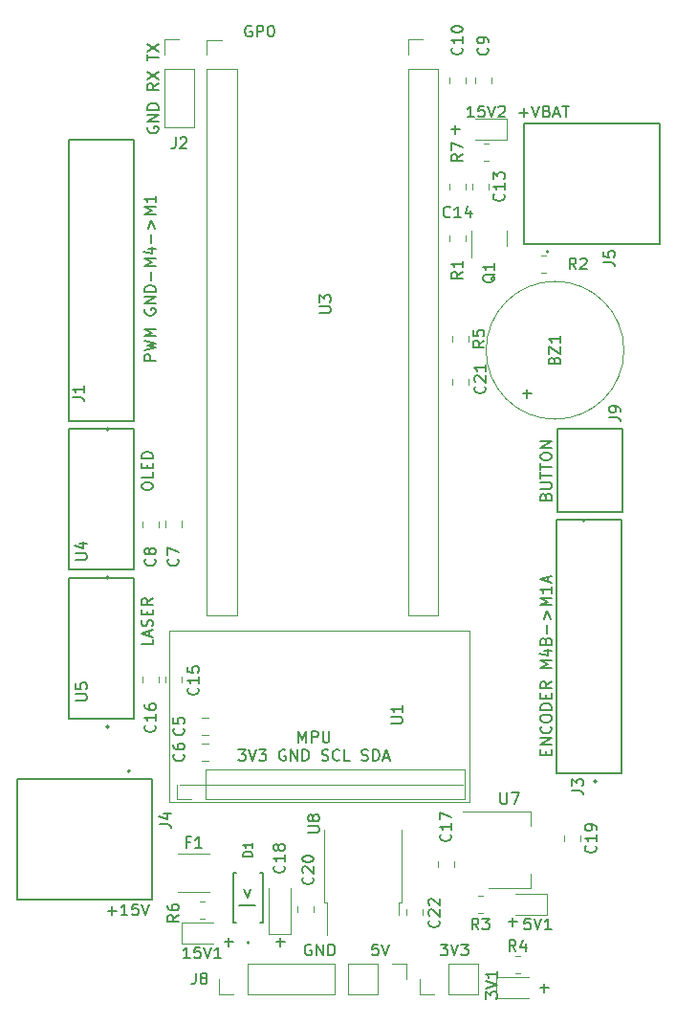
<source format=gbr>
%TF.GenerationSoftware,KiCad,Pcbnew,7.0.5*%
%TF.CreationDate,2023-10-05T13:58:56+07:00*%
%TF.ProjectId,Main_board,4d61696e-5f62-46f6-9172-642e6b696361,rev?*%
%TF.SameCoordinates,Original*%
%TF.FileFunction,Legend,Top*%
%TF.FilePolarity,Positive*%
%FSLAX46Y46*%
G04 Gerber Fmt 4.6, Leading zero omitted, Abs format (unit mm)*
G04 Created by KiCad (PCBNEW 7.0.5) date 2023-10-05 13:58:56*
%MOMM*%
%LPD*%
G01*
G04 APERTURE LIST*
%ADD10C,0.150000*%
%ADD11C,0.127000*%
%ADD12C,0.200000*%
%ADD13C,0.120000*%
%ADD14C,0.100000*%
G04 APERTURE END LIST*
D10*
X142964819Y-66984380D02*
X142964819Y-66793904D01*
X142964819Y-66793904D02*
X143012438Y-66698666D01*
X143012438Y-66698666D02*
X143107676Y-66603428D01*
X143107676Y-66603428D02*
X143298152Y-66555809D01*
X143298152Y-66555809D02*
X143631485Y-66555809D01*
X143631485Y-66555809D02*
X143821961Y-66603428D01*
X143821961Y-66603428D02*
X143917200Y-66698666D01*
X143917200Y-66698666D02*
X143964819Y-66793904D01*
X143964819Y-66793904D02*
X143964819Y-66984380D01*
X143964819Y-66984380D02*
X143917200Y-67079618D01*
X143917200Y-67079618D02*
X143821961Y-67174856D01*
X143821961Y-67174856D02*
X143631485Y-67222475D01*
X143631485Y-67222475D02*
X143298152Y-67222475D01*
X143298152Y-67222475D02*
X143107676Y-67174856D01*
X143107676Y-67174856D02*
X143012438Y-67079618D01*
X143012438Y-67079618D02*
X142964819Y-66984380D01*
X143964819Y-65651047D02*
X143964819Y-66127237D01*
X143964819Y-66127237D02*
X142964819Y-66127237D01*
X143441009Y-65317713D02*
X143441009Y-64984380D01*
X143964819Y-64841523D02*
X143964819Y-65317713D01*
X143964819Y-65317713D02*
X142964819Y-65317713D01*
X142964819Y-65317713D02*
X142964819Y-64841523D01*
X143964819Y-64412951D02*
X142964819Y-64412951D01*
X142964819Y-64412951D02*
X142964819Y-64174856D01*
X142964819Y-64174856D02*
X143012438Y-64031999D01*
X143012438Y-64031999D02*
X143107676Y-63936761D01*
X143107676Y-63936761D02*
X143202914Y-63889142D01*
X143202914Y-63889142D02*
X143393390Y-63841523D01*
X143393390Y-63841523D02*
X143536247Y-63841523D01*
X143536247Y-63841523D02*
X143726723Y-63889142D01*
X143726723Y-63889142D02*
X143821961Y-63936761D01*
X143821961Y-63936761D02*
X143917200Y-64031999D01*
X143917200Y-64031999D02*
X143964819Y-64174856D01*
X143964819Y-64174856D02*
X143964819Y-64412951D01*
X155267866Y-107568951D02*
X155267866Y-106807047D01*
X155648819Y-107187999D02*
X154886914Y-107187999D01*
X175841866Y-105790951D02*
X175841866Y-105029047D01*
X176222819Y-105409999D02*
X175460914Y-105409999D01*
X170761866Y-35686951D02*
X170761866Y-34925047D01*
X171142819Y-35305999D02*
X170380914Y-35305999D01*
X139970095Y-104467866D02*
X140732000Y-104467866D01*
X140351047Y-104848819D02*
X140351047Y-104086914D01*
X141731999Y-104848819D02*
X141160571Y-104848819D01*
X141446285Y-104848819D02*
X141446285Y-103848819D01*
X141446285Y-103848819D02*
X141351047Y-103991676D01*
X141351047Y-103991676D02*
X141255809Y-104086914D01*
X141255809Y-104086914D02*
X141160571Y-104134533D01*
X142636761Y-103848819D02*
X142160571Y-103848819D01*
X142160571Y-103848819D02*
X142112952Y-104325009D01*
X142112952Y-104325009D02*
X142160571Y-104277390D01*
X142160571Y-104277390D02*
X142255809Y-104229771D01*
X142255809Y-104229771D02*
X142493904Y-104229771D01*
X142493904Y-104229771D02*
X142589142Y-104277390D01*
X142589142Y-104277390D02*
X142636761Y-104325009D01*
X142636761Y-104325009D02*
X142684380Y-104420247D01*
X142684380Y-104420247D02*
X142684380Y-104658342D01*
X142684380Y-104658342D02*
X142636761Y-104753580D01*
X142636761Y-104753580D02*
X142589142Y-104801200D01*
X142589142Y-104801200D02*
X142493904Y-104848819D01*
X142493904Y-104848819D02*
X142255809Y-104848819D01*
X142255809Y-104848819D02*
X142160571Y-104801200D01*
X142160571Y-104801200D02*
X142112952Y-104753580D01*
X142970095Y-103848819D02*
X143303428Y-104848819D01*
X143303428Y-104848819D02*
X143636761Y-103848819D01*
X178635866Y-111632951D02*
X178635866Y-110871047D01*
X179016819Y-111251999D02*
X178254914Y-111251999D01*
X178747009Y-67793904D02*
X178794628Y-67651047D01*
X178794628Y-67651047D02*
X178842247Y-67603428D01*
X178842247Y-67603428D02*
X178937485Y-67555809D01*
X178937485Y-67555809D02*
X179080342Y-67555809D01*
X179080342Y-67555809D02*
X179175580Y-67603428D01*
X179175580Y-67603428D02*
X179223200Y-67651047D01*
X179223200Y-67651047D02*
X179270819Y-67746285D01*
X179270819Y-67746285D02*
X179270819Y-68127237D01*
X179270819Y-68127237D02*
X178270819Y-68127237D01*
X178270819Y-68127237D02*
X178270819Y-67793904D01*
X178270819Y-67793904D02*
X178318438Y-67698666D01*
X178318438Y-67698666D02*
X178366057Y-67651047D01*
X178366057Y-67651047D02*
X178461295Y-67603428D01*
X178461295Y-67603428D02*
X178556533Y-67603428D01*
X178556533Y-67603428D02*
X178651771Y-67651047D01*
X178651771Y-67651047D02*
X178699390Y-67698666D01*
X178699390Y-67698666D02*
X178747009Y-67793904D01*
X178747009Y-67793904D02*
X178747009Y-68127237D01*
X178270819Y-67127237D02*
X179080342Y-67127237D01*
X179080342Y-67127237D02*
X179175580Y-67079618D01*
X179175580Y-67079618D02*
X179223200Y-67031999D01*
X179223200Y-67031999D02*
X179270819Y-66936761D01*
X179270819Y-66936761D02*
X179270819Y-66746285D01*
X179270819Y-66746285D02*
X179223200Y-66651047D01*
X179223200Y-66651047D02*
X179175580Y-66603428D01*
X179175580Y-66603428D02*
X179080342Y-66555809D01*
X179080342Y-66555809D02*
X178270819Y-66555809D01*
X178270819Y-66222475D02*
X178270819Y-65651047D01*
X179270819Y-65936761D02*
X178270819Y-65936761D01*
X178270819Y-65460570D02*
X178270819Y-64889142D01*
X179270819Y-65174856D02*
X178270819Y-65174856D01*
X178270819Y-64365332D02*
X178270819Y-64174856D01*
X178270819Y-64174856D02*
X178318438Y-64079618D01*
X178318438Y-64079618D02*
X178413676Y-63984380D01*
X178413676Y-63984380D02*
X178604152Y-63936761D01*
X178604152Y-63936761D02*
X178937485Y-63936761D01*
X178937485Y-63936761D02*
X179127961Y-63984380D01*
X179127961Y-63984380D02*
X179223200Y-64079618D01*
X179223200Y-64079618D02*
X179270819Y-64174856D01*
X179270819Y-64174856D02*
X179270819Y-64365332D01*
X179270819Y-64365332D02*
X179223200Y-64460570D01*
X179223200Y-64460570D02*
X179127961Y-64555808D01*
X179127961Y-64555808D02*
X178937485Y-64603427D01*
X178937485Y-64603427D02*
X178604152Y-64603427D01*
X178604152Y-64603427D02*
X178413676Y-64555808D01*
X178413676Y-64555808D02*
X178318438Y-64460570D01*
X178318438Y-64460570D02*
X178270819Y-64365332D01*
X179270819Y-63508189D02*
X178270819Y-63508189D01*
X178270819Y-63508189D02*
X179270819Y-62936761D01*
X179270819Y-62936761D02*
X178270819Y-62936761D01*
X156884857Y-89565819D02*
X156884857Y-88565819D01*
X156884857Y-88565819D02*
X157218190Y-89280104D01*
X157218190Y-89280104D02*
X157551523Y-88565819D01*
X157551523Y-88565819D02*
X157551523Y-89565819D01*
X158027714Y-89565819D02*
X158027714Y-88565819D01*
X158027714Y-88565819D02*
X158408666Y-88565819D01*
X158408666Y-88565819D02*
X158503904Y-88613438D01*
X158503904Y-88613438D02*
X158551523Y-88661057D01*
X158551523Y-88661057D02*
X158599142Y-88756295D01*
X158599142Y-88756295D02*
X158599142Y-88899152D01*
X158599142Y-88899152D02*
X158551523Y-88994390D01*
X158551523Y-88994390D02*
X158503904Y-89042009D01*
X158503904Y-89042009D02*
X158408666Y-89089628D01*
X158408666Y-89089628D02*
X158027714Y-89089628D01*
X159027714Y-88565819D02*
X159027714Y-89375342D01*
X159027714Y-89375342D02*
X159075333Y-89470580D01*
X159075333Y-89470580D02*
X159122952Y-89518200D01*
X159122952Y-89518200D02*
X159218190Y-89565819D01*
X159218190Y-89565819D02*
X159408666Y-89565819D01*
X159408666Y-89565819D02*
X159503904Y-89518200D01*
X159503904Y-89518200D02*
X159551523Y-89470580D01*
X159551523Y-89470580D02*
X159599142Y-89375342D01*
X159599142Y-89375342D02*
X159599142Y-88565819D01*
X151551523Y-90175819D02*
X152170570Y-90175819D01*
X152170570Y-90175819D02*
X151837237Y-90556771D01*
X151837237Y-90556771D02*
X151980094Y-90556771D01*
X151980094Y-90556771D02*
X152075332Y-90604390D01*
X152075332Y-90604390D02*
X152122951Y-90652009D01*
X152122951Y-90652009D02*
X152170570Y-90747247D01*
X152170570Y-90747247D02*
X152170570Y-90985342D01*
X152170570Y-90985342D02*
X152122951Y-91080580D01*
X152122951Y-91080580D02*
X152075332Y-91128200D01*
X152075332Y-91128200D02*
X151980094Y-91175819D01*
X151980094Y-91175819D02*
X151694380Y-91175819D01*
X151694380Y-91175819D02*
X151599142Y-91128200D01*
X151599142Y-91128200D02*
X151551523Y-91080580D01*
X152456285Y-90175819D02*
X152789618Y-91175819D01*
X152789618Y-91175819D02*
X153122951Y-90175819D01*
X153361047Y-90175819D02*
X153980094Y-90175819D01*
X153980094Y-90175819D02*
X153646761Y-90556771D01*
X153646761Y-90556771D02*
X153789618Y-90556771D01*
X153789618Y-90556771D02*
X153884856Y-90604390D01*
X153884856Y-90604390D02*
X153932475Y-90652009D01*
X153932475Y-90652009D02*
X153980094Y-90747247D01*
X153980094Y-90747247D02*
X153980094Y-90985342D01*
X153980094Y-90985342D02*
X153932475Y-91080580D01*
X153932475Y-91080580D02*
X153884856Y-91128200D01*
X153884856Y-91128200D02*
X153789618Y-91175819D01*
X153789618Y-91175819D02*
X153503904Y-91175819D01*
X153503904Y-91175819D02*
X153408666Y-91128200D01*
X153408666Y-91128200D02*
X153361047Y-91080580D01*
X155694380Y-90223438D02*
X155599142Y-90175819D01*
X155599142Y-90175819D02*
X155456285Y-90175819D01*
X155456285Y-90175819D02*
X155313428Y-90223438D01*
X155313428Y-90223438D02*
X155218190Y-90318676D01*
X155218190Y-90318676D02*
X155170571Y-90413914D01*
X155170571Y-90413914D02*
X155122952Y-90604390D01*
X155122952Y-90604390D02*
X155122952Y-90747247D01*
X155122952Y-90747247D02*
X155170571Y-90937723D01*
X155170571Y-90937723D02*
X155218190Y-91032961D01*
X155218190Y-91032961D02*
X155313428Y-91128200D01*
X155313428Y-91128200D02*
X155456285Y-91175819D01*
X155456285Y-91175819D02*
X155551523Y-91175819D01*
X155551523Y-91175819D02*
X155694380Y-91128200D01*
X155694380Y-91128200D02*
X155741999Y-91080580D01*
X155741999Y-91080580D02*
X155741999Y-90747247D01*
X155741999Y-90747247D02*
X155551523Y-90747247D01*
X156170571Y-91175819D02*
X156170571Y-90175819D01*
X156170571Y-90175819D02*
X156741999Y-91175819D01*
X156741999Y-91175819D02*
X156741999Y-90175819D01*
X157218190Y-91175819D02*
X157218190Y-90175819D01*
X157218190Y-90175819D02*
X157456285Y-90175819D01*
X157456285Y-90175819D02*
X157599142Y-90223438D01*
X157599142Y-90223438D02*
X157694380Y-90318676D01*
X157694380Y-90318676D02*
X157741999Y-90413914D01*
X157741999Y-90413914D02*
X157789618Y-90604390D01*
X157789618Y-90604390D02*
X157789618Y-90747247D01*
X157789618Y-90747247D02*
X157741999Y-90937723D01*
X157741999Y-90937723D02*
X157694380Y-91032961D01*
X157694380Y-91032961D02*
X157599142Y-91128200D01*
X157599142Y-91128200D02*
X157456285Y-91175819D01*
X157456285Y-91175819D02*
X157218190Y-91175819D01*
X158932476Y-91128200D02*
X159075333Y-91175819D01*
X159075333Y-91175819D02*
X159313428Y-91175819D01*
X159313428Y-91175819D02*
X159408666Y-91128200D01*
X159408666Y-91128200D02*
X159456285Y-91080580D01*
X159456285Y-91080580D02*
X159503904Y-90985342D01*
X159503904Y-90985342D02*
X159503904Y-90890104D01*
X159503904Y-90890104D02*
X159456285Y-90794866D01*
X159456285Y-90794866D02*
X159408666Y-90747247D01*
X159408666Y-90747247D02*
X159313428Y-90699628D01*
X159313428Y-90699628D02*
X159122952Y-90652009D01*
X159122952Y-90652009D02*
X159027714Y-90604390D01*
X159027714Y-90604390D02*
X158980095Y-90556771D01*
X158980095Y-90556771D02*
X158932476Y-90461533D01*
X158932476Y-90461533D02*
X158932476Y-90366295D01*
X158932476Y-90366295D02*
X158980095Y-90271057D01*
X158980095Y-90271057D02*
X159027714Y-90223438D01*
X159027714Y-90223438D02*
X159122952Y-90175819D01*
X159122952Y-90175819D02*
X159361047Y-90175819D01*
X159361047Y-90175819D02*
X159503904Y-90223438D01*
X160503904Y-91080580D02*
X160456285Y-91128200D01*
X160456285Y-91128200D02*
X160313428Y-91175819D01*
X160313428Y-91175819D02*
X160218190Y-91175819D01*
X160218190Y-91175819D02*
X160075333Y-91128200D01*
X160075333Y-91128200D02*
X159980095Y-91032961D01*
X159980095Y-91032961D02*
X159932476Y-90937723D01*
X159932476Y-90937723D02*
X159884857Y-90747247D01*
X159884857Y-90747247D02*
X159884857Y-90604390D01*
X159884857Y-90604390D02*
X159932476Y-90413914D01*
X159932476Y-90413914D02*
X159980095Y-90318676D01*
X159980095Y-90318676D02*
X160075333Y-90223438D01*
X160075333Y-90223438D02*
X160218190Y-90175819D01*
X160218190Y-90175819D02*
X160313428Y-90175819D01*
X160313428Y-90175819D02*
X160456285Y-90223438D01*
X160456285Y-90223438D02*
X160503904Y-90271057D01*
X161408666Y-91175819D02*
X160932476Y-91175819D01*
X160932476Y-91175819D02*
X160932476Y-90175819D01*
X162456286Y-91128200D02*
X162599143Y-91175819D01*
X162599143Y-91175819D02*
X162837238Y-91175819D01*
X162837238Y-91175819D02*
X162932476Y-91128200D01*
X162932476Y-91128200D02*
X162980095Y-91080580D01*
X162980095Y-91080580D02*
X163027714Y-90985342D01*
X163027714Y-90985342D02*
X163027714Y-90890104D01*
X163027714Y-90890104D02*
X162980095Y-90794866D01*
X162980095Y-90794866D02*
X162932476Y-90747247D01*
X162932476Y-90747247D02*
X162837238Y-90699628D01*
X162837238Y-90699628D02*
X162646762Y-90652009D01*
X162646762Y-90652009D02*
X162551524Y-90604390D01*
X162551524Y-90604390D02*
X162503905Y-90556771D01*
X162503905Y-90556771D02*
X162456286Y-90461533D01*
X162456286Y-90461533D02*
X162456286Y-90366295D01*
X162456286Y-90366295D02*
X162503905Y-90271057D01*
X162503905Y-90271057D02*
X162551524Y-90223438D01*
X162551524Y-90223438D02*
X162646762Y-90175819D01*
X162646762Y-90175819D02*
X162884857Y-90175819D01*
X162884857Y-90175819D02*
X163027714Y-90223438D01*
X163456286Y-91175819D02*
X163456286Y-90175819D01*
X163456286Y-90175819D02*
X163694381Y-90175819D01*
X163694381Y-90175819D02*
X163837238Y-90223438D01*
X163837238Y-90223438D02*
X163932476Y-90318676D01*
X163932476Y-90318676D02*
X163980095Y-90413914D01*
X163980095Y-90413914D02*
X164027714Y-90604390D01*
X164027714Y-90604390D02*
X164027714Y-90747247D01*
X164027714Y-90747247D02*
X163980095Y-90937723D01*
X163980095Y-90937723D02*
X163932476Y-91032961D01*
X163932476Y-91032961D02*
X163837238Y-91128200D01*
X163837238Y-91128200D02*
X163694381Y-91175819D01*
X163694381Y-91175819D02*
X163456286Y-91175819D01*
X164408667Y-90890104D02*
X164884857Y-90890104D01*
X164313429Y-91175819D02*
X164646762Y-90175819D01*
X164646762Y-90175819D02*
X164980095Y-91175819D01*
X152701714Y-26172438D02*
X152606476Y-26124819D01*
X152606476Y-26124819D02*
X152463619Y-26124819D01*
X152463619Y-26124819D02*
X152320762Y-26172438D01*
X152320762Y-26172438D02*
X152225524Y-26267676D01*
X152225524Y-26267676D02*
X152177905Y-26362914D01*
X152177905Y-26362914D02*
X152130286Y-26553390D01*
X152130286Y-26553390D02*
X152130286Y-26696247D01*
X152130286Y-26696247D02*
X152177905Y-26886723D01*
X152177905Y-26886723D02*
X152225524Y-26981961D01*
X152225524Y-26981961D02*
X152320762Y-27077200D01*
X152320762Y-27077200D02*
X152463619Y-27124819D01*
X152463619Y-27124819D02*
X152558857Y-27124819D01*
X152558857Y-27124819D02*
X152701714Y-27077200D01*
X152701714Y-27077200D02*
X152749333Y-27029580D01*
X152749333Y-27029580D02*
X152749333Y-26696247D01*
X152749333Y-26696247D02*
X152558857Y-26696247D01*
X153177905Y-27124819D02*
X153177905Y-26124819D01*
X153177905Y-26124819D02*
X153558857Y-26124819D01*
X153558857Y-26124819D02*
X153654095Y-26172438D01*
X153654095Y-26172438D02*
X153701714Y-26220057D01*
X153701714Y-26220057D02*
X153749333Y-26315295D01*
X153749333Y-26315295D02*
X153749333Y-26458152D01*
X153749333Y-26458152D02*
X153701714Y-26553390D01*
X153701714Y-26553390D02*
X153654095Y-26601009D01*
X153654095Y-26601009D02*
X153558857Y-26648628D01*
X153558857Y-26648628D02*
X153177905Y-26648628D01*
X154368381Y-26124819D02*
X154463619Y-26124819D01*
X154463619Y-26124819D02*
X154558857Y-26172438D01*
X154558857Y-26172438D02*
X154606476Y-26220057D01*
X154606476Y-26220057D02*
X154654095Y-26315295D01*
X154654095Y-26315295D02*
X154701714Y-26505771D01*
X154701714Y-26505771D02*
X154701714Y-26743866D01*
X154701714Y-26743866D02*
X154654095Y-26934342D01*
X154654095Y-26934342D02*
X154606476Y-27029580D01*
X154606476Y-27029580D02*
X154558857Y-27077200D01*
X154558857Y-27077200D02*
X154463619Y-27124819D01*
X154463619Y-27124819D02*
X154368381Y-27124819D01*
X154368381Y-27124819D02*
X154273143Y-27077200D01*
X154273143Y-27077200D02*
X154225524Y-27029580D01*
X154225524Y-27029580D02*
X154177905Y-26934342D01*
X154177905Y-26934342D02*
X154130286Y-26743866D01*
X154130286Y-26743866D02*
X154130286Y-26505771D01*
X154130286Y-26505771D02*
X154177905Y-26315295D01*
X154177905Y-26315295D02*
X154225524Y-26220057D01*
X154225524Y-26220057D02*
X154273143Y-26172438D01*
X154273143Y-26172438D02*
X154368381Y-26124819D01*
X143520438Y-35107143D02*
X143472819Y-35202381D01*
X143472819Y-35202381D02*
X143472819Y-35345238D01*
X143472819Y-35345238D02*
X143520438Y-35488095D01*
X143520438Y-35488095D02*
X143615676Y-35583333D01*
X143615676Y-35583333D02*
X143710914Y-35630952D01*
X143710914Y-35630952D02*
X143901390Y-35678571D01*
X143901390Y-35678571D02*
X144044247Y-35678571D01*
X144044247Y-35678571D02*
X144234723Y-35630952D01*
X144234723Y-35630952D02*
X144329961Y-35583333D01*
X144329961Y-35583333D02*
X144425200Y-35488095D01*
X144425200Y-35488095D02*
X144472819Y-35345238D01*
X144472819Y-35345238D02*
X144472819Y-35250000D01*
X144472819Y-35250000D02*
X144425200Y-35107143D01*
X144425200Y-35107143D02*
X144377580Y-35059524D01*
X144377580Y-35059524D02*
X144044247Y-35059524D01*
X144044247Y-35059524D02*
X144044247Y-35250000D01*
X144472819Y-34630952D02*
X143472819Y-34630952D01*
X143472819Y-34630952D02*
X144472819Y-34059524D01*
X144472819Y-34059524D02*
X143472819Y-34059524D01*
X144472819Y-33583333D02*
X143472819Y-33583333D01*
X143472819Y-33583333D02*
X143472819Y-33345238D01*
X143472819Y-33345238D02*
X143520438Y-33202381D01*
X143520438Y-33202381D02*
X143615676Y-33107143D01*
X143615676Y-33107143D02*
X143710914Y-33059524D01*
X143710914Y-33059524D02*
X143901390Y-33011905D01*
X143901390Y-33011905D02*
X144044247Y-33011905D01*
X144044247Y-33011905D02*
X144234723Y-33059524D01*
X144234723Y-33059524D02*
X144329961Y-33107143D01*
X144329961Y-33107143D02*
X144425200Y-33202381D01*
X144425200Y-33202381D02*
X144472819Y-33345238D01*
X144472819Y-33345238D02*
X144472819Y-33583333D01*
X144472819Y-31250000D02*
X143996628Y-31583333D01*
X144472819Y-31821428D02*
X143472819Y-31821428D01*
X143472819Y-31821428D02*
X143472819Y-31440476D01*
X143472819Y-31440476D02*
X143520438Y-31345238D01*
X143520438Y-31345238D02*
X143568057Y-31297619D01*
X143568057Y-31297619D02*
X143663295Y-31250000D01*
X143663295Y-31250000D02*
X143806152Y-31250000D01*
X143806152Y-31250000D02*
X143901390Y-31297619D01*
X143901390Y-31297619D02*
X143949009Y-31345238D01*
X143949009Y-31345238D02*
X143996628Y-31440476D01*
X143996628Y-31440476D02*
X143996628Y-31821428D01*
X143472819Y-30916666D02*
X144472819Y-30250000D01*
X143472819Y-30250000D02*
X144472819Y-30916666D01*
X143472819Y-29249999D02*
X143472819Y-28678571D01*
X144472819Y-28964285D02*
X143472819Y-28964285D01*
X143472819Y-28440475D02*
X144472819Y-27773809D01*
X143472819Y-27773809D02*
X144472819Y-28440475D01*
X176442952Y-33855866D02*
X177204857Y-33855866D01*
X176823904Y-34236819D02*
X176823904Y-33474914D01*
X177538190Y-33236819D02*
X177871523Y-34236819D01*
X177871523Y-34236819D02*
X178204856Y-33236819D01*
X178871523Y-33713009D02*
X179014380Y-33760628D01*
X179014380Y-33760628D02*
X179061999Y-33808247D01*
X179061999Y-33808247D02*
X179109618Y-33903485D01*
X179109618Y-33903485D02*
X179109618Y-34046342D01*
X179109618Y-34046342D02*
X179061999Y-34141580D01*
X179061999Y-34141580D02*
X179014380Y-34189200D01*
X179014380Y-34189200D02*
X178919142Y-34236819D01*
X178919142Y-34236819D02*
X178538190Y-34236819D01*
X178538190Y-34236819D02*
X178538190Y-33236819D01*
X178538190Y-33236819D02*
X178871523Y-33236819D01*
X178871523Y-33236819D02*
X178966761Y-33284438D01*
X178966761Y-33284438D02*
X179014380Y-33332057D01*
X179014380Y-33332057D02*
X179061999Y-33427295D01*
X179061999Y-33427295D02*
X179061999Y-33522533D01*
X179061999Y-33522533D02*
X179014380Y-33617771D01*
X179014380Y-33617771D02*
X178966761Y-33665390D01*
X178966761Y-33665390D02*
X178871523Y-33713009D01*
X178871523Y-33713009D02*
X178538190Y-33713009D01*
X179490571Y-33951104D02*
X179966761Y-33951104D01*
X179395333Y-34236819D02*
X179728666Y-33236819D01*
X179728666Y-33236819D02*
X180061999Y-34236819D01*
X180252476Y-33236819D02*
X180823904Y-33236819D01*
X180538190Y-34236819D02*
X180538190Y-33236819D01*
X178747009Y-90661142D02*
X178747009Y-90327809D01*
X179270819Y-90184952D02*
X179270819Y-90661142D01*
X179270819Y-90661142D02*
X178270819Y-90661142D01*
X178270819Y-90661142D02*
X178270819Y-90184952D01*
X179270819Y-89756380D02*
X178270819Y-89756380D01*
X178270819Y-89756380D02*
X179270819Y-89184952D01*
X179270819Y-89184952D02*
X178270819Y-89184952D01*
X179175580Y-88137333D02*
X179223200Y-88184952D01*
X179223200Y-88184952D02*
X179270819Y-88327809D01*
X179270819Y-88327809D02*
X179270819Y-88423047D01*
X179270819Y-88423047D02*
X179223200Y-88565904D01*
X179223200Y-88565904D02*
X179127961Y-88661142D01*
X179127961Y-88661142D02*
X179032723Y-88708761D01*
X179032723Y-88708761D02*
X178842247Y-88756380D01*
X178842247Y-88756380D02*
X178699390Y-88756380D01*
X178699390Y-88756380D02*
X178508914Y-88708761D01*
X178508914Y-88708761D02*
X178413676Y-88661142D01*
X178413676Y-88661142D02*
X178318438Y-88565904D01*
X178318438Y-88565904D02*
X178270819Y-88423047D01*
X178270819Y-88423047D02*
X178270819Y-88327809D01*
X178270819Y-88327809D02*
X178318438Y-88184952D01*
X178318438Y-88184952D02*
X178366057Y-88137333D01*
X178270819Y-87518285D02*
X178270819Y-87327809D01*
X178270819Y-87327809D02*
X178318438Y-87232571D01*
X178318438Y-87232571D02*
X178413676Y-87137333D01*
X178413676Y-87137333D02*
X178604152Y-87089714D01*
X178604152Y-87089714D02*
X178937485Y-87089714D01*
X178937485Y-87089714D02*
X179127961Y-87137333D01*
X179127961Y-87137333D02*
X179223200Y-87232571D01*
X179223200Y-87232571D02*
X179270819Y-87327809D01*
X179270819Y-87327809D02*
X179270819Y-87518285D01*
X179270819Y-87518285D02*
X179223200Y-87613523D01*
X179223200Y-87613523D02*
X179127961Y-87708761D01*
X179127961Y-87708761D02*
X178937485Y-87756380D01*
X178937485Y-87756380D02*
X178604152Y-87756380D01*
X178604152Y-87756380D02*
X178413676Y-87708761D01*
X178413676Y-87708761D02*
X178318438Y-87613523D01*
X178318438Y-87613523D02*
X178270819Y-87518285D01*
X179270819Y-86661142D02*
X178270819Y-86661142D01*
X178270819Y-86661142D02*
X178270819Y-86423047D01*
X178270819Y-86423047D02*
X178318438Y-86280190D01*
X178318438Y-86280190D02*
X178413676Y-86184952D01*
X178413676Y-86184952D02*
X178508914Y-86137333D01*
X178508914Y-86137333D02*
X178699390Y-86089714D01*
X178699390Y-86089714D02*
X178842247Y-86089714D01*
X178842247Y-86089714D02*
X179032723Y-86137333D01*
X179032723Y-86137333D02*
X179127961Y-86184952D01*
X179127961Y-86184952D02*
X179223200Y-86280190D01*
X179223200Y-86280190D02*
X179270819Y-86423047D01*
X179270819Y-86423047D02*
X179270819Y-86661142D01*
X178747009Y-85661142D02*
X178747009Y-85327809D01*
X179270819Y-85184952D02*
X179270819Y-85661142D01*
X179270819Y-85661142D02*
X178270819Y-85661142D01*
X178270819Y-85661142D02*
X178270819Y-85184952D01*
X179270819Y-84184952D02*
X178794628Y-84518285D01*
X179270819Y-84756380D02*
X178270819Y-84756380D01*
X178270819Y-84756380D02*
X178270819Y-84375428D01*
X178270819Y-84375428D02*
X178318438Y-84280190D01*
X178318438Y-84280190D02*
X178366057Y-84232571D01*
X178366057Y-84232571D02*
X178461295Y-84184952D01*
X178461295Y-84184952D02*
X178604152Y-84184952D01*
X178604152Y-84184952D02*
X178699390Y-84232571D01*
X178699390Y-84232571D02*
X178747009Y-84280190D01*
X178747009Y-84280190D02*
X178794628Y-84375428D01*
X178794628Y-84375428D02*
X178794628Y-84756380D01*
X179270819Y-82994475D02*
X178270819Y-82994475D01*
X178270819Y-82994475D02*
X178985104Y-82661142D01*
X178985104Y-82661142D02*
X178270819Y-82327809D01*
X178270819Y-82327809D02*
X179270819Y-82327809D01*
X178604152Y-81423047D02*
X179270819Y-81423047D01*
X178223200Y-81661142D02*
X178937485Y-81899237D01*
X178937485Y-81899237D02*
X178937485Y-81280190D01*
X178747009Y-80565904D02*
X178794628Y-80423047D01*
X178794628Y-80423047D02*
X178842247Y-80375428D01*
X178842247Y-80375428D02*
X178937485Y-80327809D01*
X178937485Y-80327809D02*
X179080342Y-80327809D01*
X179080342Y-80327809D02*
X179175580Y-80375428D01*
X179175580Y-80375428D02*
X179223200Y-80423047D01*
X179223200Y-80423047D02*
X179270819Y-80518285D01*
X179270819Y-80518285D02*
X179270819Y-80899237D01*
X179270819Y-80899237D02*
X178270819Y-80899237D01*
X178270819Y-80899237D02*
X178270819Y-80565904D01*
X178270819Y-80565904D02*
X178318438Y-80470666D01*
X178318438Y-80470666D02*
X178366057Y-80423047D01*
X178366057Y-80423047D02*
X178461295Y-80375428D01*
X178461295Y-80375428D02*
X178556533Y-80375428D01*
X178556533Y-80375428D02*
X178651771Y-80423047D01*
X178651771Y-80423047D02*
X178699390Y-80470666D01*
X178699390Y-80470666D02*
X178747009Y-80565904D01*
X178747009Y-80565904D02*
X178747009Y-80899237D01*
X178889866Y-79899237D02*
X178889866Y-79137333D01*
X178604152Y-78661142D02*
X178889866Y-77899238D01*
X178889866Y-77899238D02*
X179175580Y-78661142D01*
X179270819Y-77423047D02*
X178270819Y-77423047D01*
X178270819Y-77423047D02*
X178985104Y-77089714D01*
X178985104Y-77089714D02*
X178270819Y-76756381D01*
X178270819Y-76756381D02*
X179270819Y-76756381D01*
X179270819Y-75756381D02*
X179270819Y-76327809D01*
X179270819Y-76042095D02*
X178270819Y-76042095D01*
X178270819Y-76042095D02*
X178413676Y-76137333D01*
X178413676Y-76137333D02*
X178508914Y-76232571D01*
X178508914Y-76232571D02*
X178556533Y-76327809D01*
X178985104Y-75375428D02*
X178985104Y-74899238D01*
X179270819Y-75470666D02*
X178270819Y-75137333D01*
X178270819Y-75137333D02*
X179270819Y-74804000D01*
X152611847Y-102520857D02*
X152326133Y-103282762D01*
X152326133Y-103282762D02*
X152040419Y-102520857D01*
X151611847Y-103997047D02*
X153040419Y-103997047D01*
X143964819Y-80414571D02*
X143964819Y-80890761D01*
X143964819Y-80890761D02*
X142964819Y-80890761D01*
X143679104Y-80128856D02*
X143679104Y-79652666D01*
X143964819Y-80224094D02*
X142964819Y-79890761D01*
X142964819Y-79890761D02*
X143964819Y-79557428D01*
X143917200Y-79271713D02*
X143964819Y-79128856D01*
X143964819Y-79128856D02*
X143964819Y-78890761D01*
X143964819Y-78890761D02*
X143917200Y-78795523D01*
X143917200Y-78795523D02*
X143869580Y-78747904D01*
X143869580Y-78747904D02*
X143774342Y-78700285D01*
X143774342Y-78700285D02*
X143679104Y-78700285D01*
X143679104Y-78700285D02*
X143583866Y-78747904D01*
X143583866Y-78747904D02*
X143536247Y-78795523D01*
X143536247Y-78795523D02*
X143488628Y-78890761D01*
X143488628Y-78890761D02*
X143441009Y-79081237D01*
X143441009Y-79081237D02*
X143393390Y-79176475D01*
X143393390Y-79176475D02*
X143345771Y-79224094D01*
X143345771Y-79224094D02*
X143250533Y-79271713D01*
X143250533Y-79271713D02*
X143155295Y-79271713D01*
X143155295Y-79271713D02*
X143060057Y-79224094D01*
X143060057Y-79224094D02*
X143012438Y-79176475D01*
X143012438Y-79176475D02*
X142964819Y-79081237D01*
X142964819Y-79081237D02*
X142964819Y-78843142D01*
X142964819Y-78843142D02*
X143012438Y-78700285D01*
X143441009Y-78271713D02*
X143441009Y-77938380D01*
X143964819Y-77795523D02*
X143964819Y-78271713D01*
X143964819Y-78271713D02*
X142964819Y-78271713D01*
X142964819Y-78271713D02*
X142964819Y-77795523D01*
X143964819Y-76795523D02*
X143488628Y-77128856D01*
X143964819Y-77366951D02*
X142964819Y-77366951D01*
X142964819Y-77366951D02*
X142964819Y-76985999D01*
X142964819Y-76985999D02*
X143012438Y-76890761D01*
X143012438Y-76890761D02*
X143060057Y-76843142D01*
X143060057Y-76843142D02*
X143155295Y-76795523D01*
X143155295Y-76795523D02*
X143298152Y-76795523D01*
X143298152Y-76795523D02*
X143393390Y-76843142D01*
X143393390Y-76843142D02*
X143441009Y-76890761D01*
X143441009Y-76890761D02*
X143488628Y-76985999D01*
X143488628Y-76985999D02*
X143488628Y-77366951D01*
X163893523Y-107404819D02*
X163417333Y-107404819D01*
X163417333Y-107404819D02*
X163369714Y-107881009D01*
X163369714Y-107881009D02*
X163417333Y-107833390D01*
X163417333Y-107833390D02*
X163512571Y-107785771D01*
X163512571Y-107785771D02*
X163750666Y-107785771D01*
X163750666Y-107785771D02*
X163845904Y-107833390D01*
X163845904Y-107833390D02*
X163893523Y-107881009D01*
X163893523Y-107881009D02*
X163941142Y-107976247D01*
X163941142Y-107976247D02*
X163941142Y-108214342D01*
X163941142Y-108214342D02*
X163893523Y-108309580D01*
X163893523Y-108309580D02*
X163845904Y-108357200D01*
X163845904Y-108357200D02*
X163750666Y-108404819D01*
X163750666Y-108404819D02*
X163512571Y-108404819D01*
X163512571Y-108404819D02*
X163417333Y-108357200D01*
X163417333Y-108357200D02*
X163369714Y-108309580D01*
X164226857Y-107404819D02*
X164560190Y-108404819D01*
X164560190Y-108404819D02*
X164893523Y-107404819D01*
X157988095Y-107452438D02*
X157892857Y-107404819D01*
X157892857Y-107404819D02*
X157750000Y-107404819D01*
X157750000Y-107404819D02*
X157607143Y-107452438D01*
X157607143Y-107452438D02*
X157511905Y-107547676D01*
X157511905Y-107547676D02*
X157464286Y-107642914D01*
X157464286Y-107642914D02*
X157416667Y-107833390D01*
X157416667Y-107833390D02*
X157416667Y-107976247D01*
X157416667Y-107976247D02*
X157464286Y-108166723D01*
X157464286Y-108166723D02*
X157511905Y-108261961D01*
X157511905Y-108261961D02*
X157607143Y-108357200D01*
X157607143Y-108357200D02*
X157750000Y-108404819D01*
X157750000Y-108404819D02*
X157845238Y-108404819D01*
X157845238Y-108404819D02*
X157988095Y-108357200D01*
X157988095Y-108357200D02*
X158035714Y-108309580D01*
X158035714Y-108309580D02*
X158035714Y-107976247D01*
X158035714Y-107976247D02*
X157845238Y-107976247D01*
X158464286Y-108404819D02*
X158464286Y-107404819D01*
X158464286Y-107404819D02*
X159035714Y-108404819D01*
X159035714Y-108404819D02*
X159035714Y-107404819D01*
X159511905Y-108404819D02*
X159511905Y-107404819D01*
X159511905Y-107404819D02*
X159750000Y-107404819D01*
X159750000Y-107404819D02*
X159892857Y-107452438D01*
X159892857Y-107452438D02*
X159988095Y-107547676D01*
X159988095Y-107547676D02*
X160035714Y-107642914D01*
X160035714Y-107642914D02*
X160083333Y-107833390D01*
X160083333Y-107833390D02*
X160083333Y-107976247D01*
X160083333Y-107976247D02*
X160035714Y-108166723D01*
X160035714Y-108166723D02*
X159988095Y-108261961D01*
X159988095Y-108261961D02*
X159892857Y-108357200D01*
X159892857Y-108357200D02*
X159750000Y-108404819D01*
X159750000Y-108404819D02*
X159511905Y-108404819D01*
X150695866Y-107568951D02*
X150695866Y-106807047D01*
X151076819Y-107187999D02*
X150314914Y-107187999D01*
X169449905Y-107404819D02*
X170068952Y-107404819D01*
X170068952Y-107404819D02*
X169735619Y-107785771D01*
X169735619Y-107785771D02*
X169878476Y-107785771D01*
X169878476Y-107785771D02*
X169973714Y-107833390D01*
X169973714Y-107833390D02*
X170021333Y-107881009D01*
X170021333Y-107881009D02*
X170068952Y-107976247D01*
X170068952Y-107976247D02*
X170068952Y-108214342D01*
X170068952Y-108214342D02*
X170021333Y-108309580D01*
X170021333Y-108309580D02*
X169973714Y-108357200D01*
X169973714Y-108357200D02*
X169878476Y-108404819D01*
X169878476Y-108404819D02*
X169592762Y-108404819D01*
X169592762Y-108404819D02*
X169497524Y-108357200D01*
X169497524Y-108357200D02*
X169449905Y-108309580D01*
X170354667Y-107404819D02*
X170688000Y-108404819D01*
X170688000Y-108404819D02*
X171021333Y-107404819D01*
X171259429Y-107404819D02*
X171878476Y-107404819D01*
X171878476Y-107404819D02*
X171545143Y-107785771D01*
X171545143Y-107785771D02*
X171688000Y-107785771D01*
X171688000Y-107785771D02*
X171783238Y-107833390D01*
X171783238Y-107833390D02*
X171830857Y-107881009D01*
X171830857Y-107881009D02*
X171878476Y-107976247D01*
X171878476Y-107976247D02*
X171878476Y-108214342D01*
X171878476Y-108214342D02*
X171830857Y-108309580D01*
X171830857Y-108309580D02*
X171783238Y-108357200D01*
X171783238Y-108357200D02*
X171688000Y-108404819D01*
X171688000Y-108404819D02*
X171402286Y-108404819D01*
X171402286Y-108404819D02*
X171307048Y-108357200D01*
X171307048Y-108357200D02*
X171259429Y-108309580D01*
X144218819Y-55775903D02*
X143218819Y-55775903D01*
X143218819Y-55775903D02*
X143218819Y-55394951D01*
X143218819Y-55394951D02*
X143266438Y-55299713D01*
X143266438Y-55299713D02*
X143314057Y-55252094D01*
X143314057Y-55252094D02*
X143409295Y-55204475D01*
X143409295Y-55204475D02*
X143552152Y-55204475D01*
X143552152Y-55204475D02*
X143647390Y-55252094D01*
X143647390Y-55252094D02*
X143695009Y-55299713D01*
X143695009Y-55299713D02*
X143742628Y-55394951D01*
X143742628Y-55394951D02*
X143742628Y-55775903D01*
X143218819Y-54871141D02*
X144218819Y-54633046D01*
X144218819Y-54633046D02*
X143504533Y-54442570D01*
X143504533Y-54442570D02*
X144218819Y-54252094D01*
X144218819Y-54252094D02*
X143218819Y-54013999D01*
X144218819Y-53633046D02*
X143218819Y-53633046D01*
X143218819Y-53633046D02*
X143933104Y-53299713D01*
X143933104Y-53299713D02*
X143218819Y-52966380D01*
X143218819Y-52966380D02*
X144218819Y-52966380D01*
X143266438Y-51204475D02*
X143218819Y-51299713D01*
X143218819Y-51299713D02*
X143218819Y-51442570D01*
X143218819Y-51442570D02*
X143266438Y-51585427D01*
X143266438Y-51585427D02*
X143361676Y-51680665D01*
X143361676Y-51680665D02*
X143456914Y-51728284D01*
X143456914Y-51728284D02*
X143647390Y-51775903D01*
X143647390Y-51775903D02*
X143790247Y-51775903D01*
X143790247Y-51775903D02*
X143980723Y-51728284D01*
X143980723Y-51728284D02*
X144075961Y-51680665D01*
X144075961Y-51680665D02*
X144171200Y-51585427D01*
X144171200Y-51585427D02*
X144218819Y-51442570D01*
X144218819Y-51442570D02*
X144218819Y-51347332D01*
X144218819Y-51347332D02*
X144171200Y-51204475D01*
X144171200Y-51204475D02*
X144123580Y-51156856D01*
X144123580Y-51156856D02*
X143790247Y-51156856D01*
X143790247Y-51156856D02*
X143790247Y-51347332D01*
X144218819Y-50728284D02*
X143218819Y-50728284D01*
X143218819Y-50728284D02*
X144218819Y-50156856D01*
X144218819Y-50156856D02*
X143218819Y-50156856D01*
X144218819Y-49680665D02*
X143218819Y-49680665D01*
X143218819Y-49680665D02*
X143218819Y-49442570D01*
X143218819Y-49442570D02*
X143266438Y-49299713D01*
X143266438Y-49299713D02*
X143361676Y-49204475D01*
X143361676Y-49204475D02*
X143456914Y-49156856D01*
X143456914Y-49156856D02*
X143647390Y-49109237D01*
X143647390Y-49109237D02*
X143790247Y-49109237D01*
X143790247Y-49109237D02*
X143980723Y-49156856D01*
X143980723Y-49156856D02*
X144075961Y-49204475D01*
X144075961Y-49204475D02*
X144171200Y-49299713D01*
X144171200Y-49299713D02*
X144218819Y-49442570D01*
X144218819Y-49442570D02*
X144218819Y-49680665D01*
X143837866Y-48680665D02*
X143837866Y-47918761D01*
X144218819Y-47442570D02*
X143218819Y-47442570D01*
X143218819Y-47442570D02*
X143933104Y-47109237D01*
X143933104Y-47109237D02*
X143218819Y-46775904D01*
X143218819Y-46775904D02*
X144218819Y-46775904D01*
X143552152Y-45871142D02*
X144218819Y-45871142D01*
X143171200Y-46109237D02*
X143885485Y-46347332D01*
X143885485Y-46347332D02*
X143885485Y-45728285D01*
X143837866Y-45347332D02*
X143837866Y-44585428D01*
X143552152Y-44109237D02*
X143837866Y-43347333D01*
X143837866Y-43347333D02*
X144123580Y-44109237D01*
X144218819Y-42871142D02*
X143218819Y-42871142D01*
X143218819Y-42871142D02*
X143933104Y-42537809D01*
X143933104Y-42537809D02*
X143218819Y-42204476D01*
X143218819Y-42204476D02*
X144218819Y-42204476D01*
X144218819Y-41204476D02*
X144218819Y-41775904D01*
X144218819Y-41490190D02*
X143218819Y-41490190D01*
X143218819Y-41490190D02*
X143361676Y-41585428D01*
X143361676Y-41585428D02*
X143456914Y-41680666D01*
X143456914Y-41680666D02*
X143504533Y-41775904D01*
%TO.C,J9*%
X184366819Y-60785333D02*
X185081104Y-60785333D01*
X185081104Y-60785333D02*
X185223961Y-60832952D01*
X185223961Y-60832952D02*
X185319200Y-60928190D01*
X185319200Y-60928190D02*
X185366819Y-61071047D01*
X185366819Y-61071047D02*
X185366819Y-61166285D01*
X185366819Y-60261523D02*
X185366819Y-60071047D01*
X185366819Y-60071047D02*
X185319200Y-59975809D01*
X185319200Y-59975809D02*
X185271580Y-59928190D01*
X185271580Y-59928190D02*
X185128723Y-59832952D01*
X185128723Y-59832952D02*
X184938247Y-59785333D01*
X184938247Y-59785333D02*
X184557295Y-59785333D01*
X184557295Y-59785333D02*
X184462057Y-59832952D01*
X184462057Y-59832952D02*
X184414438Y-59880571D01*
X184414438Y-59880571D02*
X184366819Y-59975809D01*
X184366819Y-59975809D02*
X184366819Y-60166285D01*
X184366819Y-60166285D02*
X184414438Y-60261523D01*
X184414438Y-60261523D02*
X184462057Y-60309142D01*
X184462057Y-60309142D02*
X184557295Y-60356761D01*
X184557295Y-60356761D02*
X184795390Y-60356761D01*
X184795390Y-60356761D02*
X184890628Y-60309142D01*
X184890628Y-60309142D02*
X184938247Y-60261523D01*
X184938247Y-60261523D02*
X184985866Y-60166285D01*
X184985866Y-60166285D02*
X184985866Y-59975809D01*
X184985866Y-59975809D02*
X184938247Y-59880571D01*
X184938247Y-59880571D02*
X184890628Y-59832952D01*
X184890628Y-59832952D02*
X184795390Y-59785333D01*
%TO.C,3V1*%
X173444819Y-112236094D02*
X173444819Y-111617047D01*
X173444819Y-111617047D02*
X173825771Y-111950380D01*
X173825771Y-111950380D02*
X173825771Y-111807523D01*
X173825771Y-111807523D02*
X173873390Y-111712285D01*
X173873390Y-111712285D02*
X173921009Y-111664666D01*
X173921009Y-111664666D02*
X174016247Y-111617047D01*
X174016247Y-111617047D02*
X174254342Y-111617047D01*
X174254342Y-111617047D02*
X174349580Y-111664666D01*
X174349580Y-111664666D02*
X174397200Y-111712285D01*
X174397200Y-111712285D02*
X174444819Y-111807523D01*
X174444819Y-111807523D02*
X174444819Y-112093237D01*
X174444819Y-112093237D02*
X174397200Y-112188475D01*
X174397200Y-112188475D02*
X174349580Y-112236094D01*
X173444819Y-111331332D02*
X174444819Y-110997999D01*
X174444819Y-110997999D02*
X173444819Y-110664666D01*
X174444819Y-109807523D02*
X174444819Y-110378951D01*
X174444819Y-110093237D02*
X173444819Y-110093237D01*
X173444819Y-110093237D02*
X173587676Y-110188475D01*
X173587676Y-110188475D02*
X173682914Y-110283713D01*
X173682914Y-110283713D02*
X173730533Y-110378951D01*
%TO.C,C6*%
X146663580Y-90590666D02*
X146711200Y-90638285D01*
X146711200Y-90638285D02*
X146758819Y-90781142D01*
X146758819Y-90781142D02*
X146758819Y-90876380D01*
X146758819Y-90876380D02*
X146711200Y-91019237D01*
X146711200Y-91019237D02*
X146615961Y-91114475D01*
X146615961Y-91114475D02*
X146520723Y-91162094D01*
X146520723Y-91162094D02*
X146330247Y-91209713D01*
X146330247Y-91209713D02*
X146187390Y-91209713D01*
X146187390Y-91209713D02*
X145996914Y-91162094D01*
X145996914Y-91162094D02*
X145901676Y-91114475D01*
X145901676Y-91114475D02*
X145806438Y-91019237D01*
X145806438Y-91019237D02*
X145758819Y-90876380D01*
X145758819Y-90876380D02*
X145758819Y-90781142D01*
X145758819Y-90781142D02*
X145806438Y-90638285D01*
X145806438Y-90638285D02*
X145854057Y-90590666D01*
X145758819Y-89733523D02*
X145758819Y-89923999D01*
X145758819Y-89923999D02*
X145806438Y-90019237D01*
X145806438Y-90019237D02*
X145854057Y-90066856D01*
X145854057Y-90066856D02*
X145996914Y-90162094D01*
X145996914Y-90162094D02*
X146187390Y-90209713D01*
X146187390Y-90209713D02*
X146568342Y-90209713D01*
X146568342Y-90209713D02*
X146663580Y-90162094D01*
X146663580Y-90162094D02*
X146711200Y-90114475D01*
X146711200Y-90114475D02*
X146758819Y-90019237D01*
X146758819Y-90019237D02*
X146758819Y-89828761D01*
X146758819Y-89828761D02*
X146711200Y-89733523D01*
X146711200Y-89733523D02*
X146663580Y-89685904D01*
X146663580Y-89685904D02*
X146568342Y-89638285D01*
X146568342Y-89638285D02*
X146330247Y-89638285D01*
X146330247Y-89638285D02*
X146235009Y-89685904D01*
X146235009Y-89685904D02*
X146187390Y-89733523D01*
X146187390Y-89733523D02*
X146139771Y-89828761D01*
X146139771Y-89828761D02*
X146139771Y-90019237D01*
X146139771Y-90019237D02*
X146187390Y-90114475D01*
X146187390Y-90114475D02*
X146235009Y-90162094D01*
X146235009Y-90162094D02*
X146330247Y-90209713D01*
%TO.C,J2*%
X145970666Y-36015819D02*
X145970666Y-36730104D01*
X145970666Y-36730104D02*
X145923047Y-36872961D01*
X145923047Y-36872961D02*
X145827809Y-36968200D01*
X145827809Y-36968200D02*
X145684952Y-37015819D01*
X145684952Y-37015819D02*
X145589714Y-37015819D01*
X146399238Y-36111057D02*
X146446857Y-36063438D01*
X146446857Y-36063438D02*
X146542095Y-36015819D01*
X146542095Y-36015819D02*
X146780190Y-36015819D01*
X146780190Y-36015819D02*
X146875428Y-36063438D01*
X146875428Y-36063438D02*
X146923047Y-36111057D01*
X146923047Y-36111057D02*
X146970666Y-36206295D01*
X146970666Y-36206295D02*
X146970666Y-36301533D01*
X146970666Y-36301533D02*
X146923047Y-36444390D01*
X146923047Y-36444390D02*
X146351619Y-37015819D01*
X146351619Y-37015819D02*
X146970666Y-37015819D01*
%TO.C,U8*%
X157696819Y-97535904D02*
X158506342Y-97535904D01*
X158506342Y-97535904D02*
X158601580Y-97488285D01*
X158601580Y-97488285D02*
X158649200Y-97440666D01*
X158649200Y-97440666D02*
X158696819Y-97345428D01*
X158696819Y-97345428D02*
X158696819Y-97154952D01*
X158696819Y-97154952D02*
X158649200Y-97059714D01*
X158649200Y-97059714D02*
X158601580Y-97012095D01*
X158601580Y-97012095D02*
X158506342Y-96964476D01*
X158506342Y-96964476D02*
X157696819Y-96964476D01*
X158125390Y-96345428D02*
X158077771Y-96440666D01*
X158077771Y-96440666D02*
X158030152Y-96488285D01*
X158030152Y-96488285D02*
X157934914Y-96535904D01*
X157934914Y-96535904D02*
X157887295Y-96535904D01*
X157887295Y-96535904D02*
X157792057Y-96488285D01*
X157792057Y-96488285D02*
X157744438Y-96440666D01*
X157744438Y-96440666D02*
X157696819Y-96345428D01*
X157696819Y-96345428D02*
X157696819Y-96154952D01*
X157696819Y-96154952D02*
X157744438Y-96059714D01*
X157744438Y-96059714D02*
X157792057Y-96012095D01*
X157792057Y-96012095D02*
X157887295Y-95964476D01*
X157887295Y-95964476D02*
X157934914Y-95964476D01*
X157934914Y-95964476D02*
X158030152Y-96012095D01*
X158030152Y-96012095D02*
X158077771Y-96059714D01*
X158077771Y-96059714D02*
X158125390Y-96154952D01*
X158125390Y-96154952D02*
X158125390Y-96345428D01*
X158125390Y-96345428D02*
X158173009Y-96440666D01*
X158173009Y-96440666D02*
X158220628Y-96488285D01*
X158220628Y-96488285D02*
X158315866Y-96535904D01*
X158315866Y-96535904D02*
X158506342Y-96535904D01*
X158506342Y-96535904D02*
X158601580Y-96488285D01*
X158601580Y-96488285D02*
X158649200Y-96440666D01*
X158649200Y-96440666D02*
X158696819Y-96345428D01*
X158696819Y-96345428D02*
X158696819Y-96154952D01*
X158696819Y-96154952D02*
X158649200Y-96059714D01*
X158649200Y-96059714D02*
X158601580Y-96012095D01*
X158601580Y-96012095D02*
X158506342Y-95964476D01*
X158506342Y-95964476D02*
X158315866Y-95964476D01*
X158315866Y-95964476D02*
X158220628Y-96012095D01*
X158220628Y-96012095D02*
X158173009Y-96059714D01*
X158173009Y-96059714D02*
X158125390Y-96154952D01*
%TO.C,15V1*%
X147240761Y-108658819D02*
X146669333Y-108658819D01*
X146955047Y-108658819D02*
X146955047Y-107658819D01*
X146955047Y-107658819D02*
X146859809Y-107801676D01*
X146859809Y-107801676D02*
X146764571Y-107896914D01*
X146764571Y-107896914D02*
X146669333Y-107944533D01*
X148145523Y-107658819D02*
X147669333Y-107658819D01*
X147669333Y-107658819D02*
X147621714Y-108135009D01*
X147621714Y-108135009D02*
X147669333Y-108087390D01*
X147669333Y-108087390D02*
X147764571Y-108039771D01*
X147764571Y-108039771D02*
X148002666Y-108039771D01*
X148002666Y-108039771D02*
X148097904Y-108087390D01*
X148097904Y-108087390D02*
X148145523Y-108135009D01*
X148145523Y-108135009D02*
X148193142Y-108230247D01*
X148193142Y-108230247D02*
X148193142Y-108468342D01*
X148193142Y-108468342D02*
X148145523Y-108563580D01*
X148145523Y-108563580D02*
X148097904Y-108611200D01*
X148097904Y-108611200D02*
X148002666Y-108658819D01*
X148002666Y-108658819D02*
X147764571Y-108658819D01*
X147764571Y-108658819D02*
X147669333Y-108611200D01*
X147669333Y-108611200D02*
X147621714Y-108563580D01*
X148478857Y-107658819D02*
X148812190Y-108658819D01*
X148812190Y-108658819D02*
X149145523Y-107658819D01*
X150002666Y-108658819D02*
X149431238Y-108658819D01*
X149716952Y-108658819D02*
X149716952Y-107658819D01*
X149716952Y-107658819D02*
X149621714Y-107801676D01*
X149621714Y-107801676D02*
X149526476Y-107896914D01*
X149526476Y-107896914D02*
X149431238Y-107944533D01*
%TO.C,C9*%
X173587580Y-28106666D02*
X173635200Y-28154285D01*
X173635200Y-28154285D02*
X173682819Y-28297142D01*
X173682819Y-28297142D02*
X173682819Y-28392380D01*
X173682819Y-28392380D02*
X173635200Y-28535237D01*
X173635200Y-28535237D02*
X173539961Y-28630475D01*
X173539961Y-28630475D02*
X173444723Y-28678094D01*
X173444723Y-28678094D02*
X173254247Y-28725713D01*
X173254247Y-28725713D02*
X173111390Y-28725713D01*
X173111390Y-28725713D02*
X172920914Y-28678094D01*
X172920914Y-28678094D02*
X172825676Y-28630475D01*
X172825676Y-28630475D02*
X172730438Y-28535237D01*
X172730438Y-28535237D02*
X172682819Y-28392380D01*
X172682819Y-28392380D02*
X172682819Y-28297142D01*
X172682819Y-28297142D02*
X172730438Y-28154285D01*
X172730438Y-28154285D02*
X172778057Y-28106666D01*
X173682819Y-27630475D02*
X173682819Y-27439999D01*
X173682819Y-27439999D02*
X173635200Y-27344761D01*
X173635200Y-27344761D02*
X173587580Y-27297142D01*
X173587580Y-27297142D02*
X173444723Y-27201904D01*
X173444723Y-27201904D02*
X173254247Y-27154285D01*
X173254247Y-27154285D02*
X172873295Y-27154285D01*
X172873295Y-27154285D02*
X172778057Y-27201904D01*
X172778057Y-27201904D02*
X172730438Y-27249523D01*
X172730438Y-27249523D02*
X172682819Y-27344761D01*
X172682819Y-27344761D02*
X172682819Y-27535237D01*
X172682819Y-27535237D02*
X172730438Y-27630475D01*
X172730438Y-27630475D02*
X172778057Y-27678094D01*
X172778057Y-27678094D02*
X172873295Y-27725713D01*
X172873295Y-27725713D02*
X173111390Y-27725713D01*
X173111390Y-27725713D02*
X173206628Y-27678094D01*
X173206628Y-27678094D02*
X173254247Y-27630475D01*
X173254247Y-27630475D02*
X173301866Y-27535237D01*
X173301866Y-27535237D02*
X173301866Y-27344761D01*
X173301866Y-27344761D02*
X173254247Y-27249523D01*
X173254247Y-27249523D02*
X173206628Y-27201904D01*
X173206628Y-27201904D02*
X173111390Y-27154285D01*
%TO.C,R6*%
X146250819Y-104814666D02*
X145774628Y-105147999D01*
X146250819Y-105386094D02*
X145250819Y-105386094D01*
X145250819Y-105386094D02*
X145250819Y-105005142D01*
X145250819Y-105005142D02*
X145298438Y-104909904D01*
X145298438Y-104909904D02*
X145346057Y-104862285D01*
X145346057Y-104862285D02*
X145441295Y-104814666D01*
X145441295Y-104814666D02*
X145584152Y-104814666D01*
X145584152Y-104814666D02*
X145679390Y-104862285D01*
X145679390Y-104862285D02*
X145727009Y-104909904D01*
X145727009Y-104909904D02*
X145774628Y-105005142D01*
X145774628Y-105005142D02*
X145774628Y-105386094D01*
X145250819Y-103957523D02*
X145250819Y-104147999D01*
X145250819Y-104147999D02*
X145298438Y-104243237D01*
X145298438Y-104243237D02*
X145346057Y-104290856D01*
X145346057Y-104290856D02*
X145488914Y-104386094D01*
X145488914Y-104386094D02*
X145679390Y-104433713D01*
X145679390Y-104433713D02*
X146060342Y-104433713D01*
X146060342Y-104433713D02*
X146155580Y-104386094D01*
X146155580Y-104386094D02*
X146203200Y-104338475D01*
X146203200Y-104338475D02*
X146250819Y-104243237D01*
X146250819Y-104243237D02*
X146250819Y-104052761D01*
X146250819Y-104052761D02*
X146203200Y-103957523D01*
X146203200Y-103957523D02*
X146155580Y-103909904D01*
X146155580Y-103909904D02*
X146060342Y-103862285D01*
X146060342Y-103862285D02*
X145822247Y-103862285D01*
X145822247Y-103862285D02*
X145727009Y-103909904D01*
X145727009Y-103909904D02*
X145679390Y-103957523D01*
X145679390Y-103957523D02*
X145631771Y-104052761D01*
X145631771Y-104052761D02*
X145631771Y-104243237D01*
X145631771Y-104243237D02*
X145679390Y-104338475D01*
X145679390Y-104338475D02*
X145727009Y-104386094D01*
X145727009Y-104386094D02*
X145822247Y-104433713D01*
%TO.C,BZ1*%
X179509009Y-55744952D02*
X179556628Y-55602095D01*
X179556628Y-55602095D02*
X179604247Y-55554476D01*
X179604247Y-55554476D02*
X179699485Y-55506857D01*
X179699485Y-55506857D02*
X179842342Y-55506857D01*
X179842342Y-55506857D02*
X179937580Y-55554476D01*
X179937580Y-55554476D02*
X179985200Y-55602095D01*
X179985200Y-55602095D02*
X180032819Y-55697333D01*
X180032819Y-55697333D02*
X180032819Y-56078285D01*
X180032819Y-56078285D02*
X179032819Y-56078285D01*
X179032819Y-56078285D02*
X179032819Y-55744952D01*
X179032819Y-55744952D02*
X179080438Y-55649714D01*
X179080438Y-55649714D02*
X179128057Y-55602095D01*
X179128057Y-55602095D02*
X179223295Y-55554476D01*
X179223295Y-55554476D02*
X179318533Y-55554476D01*
X179318533Y-55554476D02*
X179413771Y-55602095D01*
X179413771Y-55602095D02*
X179461390Y-55649714D01*
X179461390Y-55649714D02*
X179509009Y-55744952D01*
X179509009Y-55744952D02*
X179509009Y-56078285D01*
X179032819Y-55173523D02*
X179032819Y-54506857D01*
X179032819Y-54506857D02*
X180032819Y-55173523D01*
X180032819Y-55173523D02*
X180032819Y-54506857D01*
X180032819Y-53602095D02*
X180032819Y-54173523D01*
X180032819Y-53887809D02*
X179032819Y-53887809D01*
X179032819Y-53887809D02*
X179175676Y-53983047D01*
X179175676Y-53983047D02*
X179270914Y-54078285D01*
X179270914Y-54078285D02*
X179318533Y-54173523D01*
X177111866Y-59054951D02*
X177111866Y-58293047D01*
X177492819Y-58673999D02*
X176730914Y-58673999D01*
%TO.C,U3*%
X158712819Y-51561904D02*
X159522342Y-51561904D01*
X159522342Y-51561904D02*
X159617580Y-51514285D01*
X159617580Y-51514285D02*
X159665200Y-51466666D01*
X159665200Y-51466666D02*
X159712819Y-51371428D01*
X159712819Y-51371428D02*
X159712819Y-51180952D01*
X159712819Y-51180952D02*
X159665200Y-51085714D01*
X159665200Y-51085714D02*
X159617580Y-51038095D01*
X159617580Y-51038095D02*
X159522342Y-50990476D01*
X159522342Y-50990476D02*
X158712819Y-50990476D01*
X158712819Y-50609523D02*
X158712819Y-49990476D01*
X158712819Y-49990476D02*
X159093771Y-50323809D01*
X159093771Y-50323809D02*
X159093771Y-50180952D01*
X159093771Y-50180952D02*
X159141390Y-50085714D01*
X159141390Y-50085714D02*
X159189009Y-50038095D01*
X159189009Y-50038095D02*
X159284247Y-49990476D01*
X159284247Y-49990476D02*
X159522342Y-49990476D01*
X159522342Y-49990476D02*
X159617580Y-50038095D01*
X159617580Y-50038095D02*
X159665200Y-50085714D01*
X159665200Y-50085714D02*
X159712819Y-50180952D01*
X159712819Y-50180952D02*
X159712819Y-50466666D01*
X159712819Y-50466666D02*
X159665200Y-50561904D01*
X159665200Y-50561904D02*
X159617580Y-50609523D01*
%TO.C,R2*%
X181443333Y-47698819D02*
X181110000Y-47222628D01*
X180871905Y-47698819D02*
X180871905Y-46698819D01*
X180871905Y-46698819D02*
X181252857Y-46698819D01*
X181252857Y-46698819D02*
X181348095Y-46746438D01*
X181348095Y-46746438D02*
X181395714Y-46794057D01*
X181395714Y-46794057D02*
X181443333Y-46889295D01*
X181443333Y-46889295D02*
X181443333Y-47032152D01*
X181443333Y-47032152D02*
X181395714Y-47127390D01*
X181395714Y-47127390D02*
X181348095Y-47175009D01*
X181348095Y-47175009D02*
X181252857Y-47222628D01*
X181252857Y-47222628D02*
X180871905Y-47222628D01*
X181824286Y-46794057D02*
X181871905Y-46746438D01*
X181871905Y-46746438D02*
X181967143Y-46698819D01*
X181967143Y-46698819D02*
X182205238Y-46698819D01*
X182205238Y-46698819D02*
X182300476Y-46746438D01*
X182300476Y-46746438D02*
X182348095Y-46794057D01*
X182348095Y-46794057D02*
X182395714Y-46889295D01*
X182395714Y-46889295D02*
X182395714Y-46984533D01*
X182395714Y-46984533D02*
X182348095Y-47127390D01*
X182348095Y-47127390D02*
X181776667Y-47698819D01*
X181776667Y-47698819D02*
X182395714Y-47698819D01*
%TO.C,15V2*%
X172386761Y-34236819D02*
X171815333Y-34236819D01*
X172101047Y-34236819D02*
X172101047Y-33236819D01*
X172101047Y-33236819D02*
X172005809Y-33379676D01*
X172005809Y-33379676D02*
X171910571Y-33474914D01*
X171910571Y-33474914D02*
X171815333Y-33522533D01*
X173291523Y-33236819D02*
X172815333Y-33236819D01*
X172815333Y-33236819D02*
X172767714Y-33713009D01*
X172767714Y-33713009D02*
X172815333Y-33665390D01*
X172815333Y-33665390D02*
X172910571Y-33617771D01*
X172910571Y-33617771D02*
X173148666Y-33617771D01*
X173148666Y-33617771D02*
X173243904Y-33665390D01*
X173243904Y-33665390D02*
X173291523Y-33713009D01*
X173291523Y-33713009D02*
X173339142Y-33808247D01*
X173339142Y-33808247D02*
X173339142Y-34046342D01*
X173339142Y-34046342D02*
X173291523Y-34141580D01*
X173291523Y-34141580D02*
X173243904Y-34189200D01*
X173243904Y-34189200D02*
X173148666Y-34236819D01*
X173148666Y-34236819D02*
X172910571Y-34236819D01*
X172910571Y-34236819D02*
X172815333Y-34189200D01*
X172815333Y-34189200D02*
X172767714Y-34141580D01*
X173624857Y-33236819D02*
X173958190Y-34236819D01*
X173958190Y-34236819D02*
X174291523Y-33236819D01*
X174577238Y-33332057D02*
X174624857Y-33284438D01*
X174624857Y-33284438D02*
X174720095Y-33236819D01*
X174720095Y-33236819D02*
X174958190Y-33236819D01*
X174958190Y-33236819D02*
X175053428Y-33284438D01*
X175053428Y-33284438D02*
X175101047Y-33332057D01*
X175101047Y-33332057D02*
X175148666Y-33427295D01*
X175148666Y-33427295D02*
X175148666Y-33522533D01*
X175148666Y-33522533D02*
X175101047Y-33665390D01*
X175101047Y-33665390D02*
X174529619Y-34236819D01*
X174529619Y-34236819D02*
X175148666Y-34236819D01*
%TO.C,C18*%
X155553580Y-100464857D02*
X155601200Y-100512476D01*
X155601200Y-100512476D02*
X155648819Y-100655333D01*
X155648819Y-100655333D02*
X155648819Y-100750571D01*
X155648819Y-100750571D02*
X155601200Y-100893428D01*
X155601200Y-100893428D02*
X155505961Y-100988666D01*
X155505961Y-100988666D02*
X155410723Y-101036285D01*
X155410723Y-101036285D02*
X155220247Y-101083904D01*
X155220247Y-101083904D02*
X155077390Y-101083904D01*
X155077390Y-101083904D02*
X154886914Y-101036285D01*
X154886914Y-101036285D02*
X154791676Y-100988666D01*
X154791676Y-100988666D02*
X154696438Y-100893428D01*
X154696438Y-100893428D02*
X154648819Y-100750571D01*
X154648819Y-100750571D02*
X154648819Y-100655333D01*
X154648819Y-100655333D02*
X154696438Y-100512476D01*
X154696438Y-100512476D02*
X154744057Y-100464857D01*
X155648819Y-99512476D02*
X155648819Y-100083904D01*
X155648819Y-99798190D02*
X154648819Y-99798190D01*
X154648819Y-99798190D02*
X154791676Y-99893428D01*
X154791676Y-99893428D02*
X154886914Y-99988666D01*
X154886914Y-99988666D02*
X154934533Y-100083904D01*
X155077390Y-98941047D02*
X155029771Y-99036285D01*
X155029771Y-99036285D02*
X154982152Y-99083904D01*
X154982152Y-99083904D02*
X154886914Y-99131523D01*
X154886914Y-99131523D02*
X154839295Y-99131523D01*
X154839295Y-99131523D02*
X154744057Y-99083904D01*
X154744057Y-99083904D02*
X154696438Y-99036285D01*
X154696438Y-99036285D02*
X154648819Y-98941047D01*
X154648819Y-98941047D02*
X154648819Y-98750571D01*
X154648819Y-98750571D02*
X154696438Y-98655333D01*
X154696438Y-98655333D02*
X154744057Y-98607714D01*
X154744057Y-98607714D02*
X154839295Y-98560095D01*
X154839295Y-98560095D02*
X154886914Y-98560095D01*
X154886914Y-98560095D02*
X154982152Y-98607714D01*
X154982152Y-98607714D02*
X155029771Y-98655333D01*
X155029771Y-98655333D02*
X155077390Y-98750571D01*
X155077390Y-98750571D02*
X155077390Y-98941047D01*
X155077390Y-98941047D02*
X155125009Y-99036285D01*
X155125009Y-99036285D02*
X155172628Y-99083904D01*
X155172628Y-99083904D02*
X155267866Y-99131523D01*
X155267866Y-99131523D02*
X155458342Y-99131523D01*
X155458342Y-99131523D02*
X155553580Y-99083904D01*
X155553580Y-99083904D02*
X155601200Y-99036285D01*
X155601200Y-99036285D02*
X155648819Y-98941047D01*
X155648819Y-98941047D02*
X155648819Y-98750571D01*
X155648819Y-98750571D02*
X155601200Y-98655333D01*
X155601200Y-98655333D02*
X155553580Y-98607714D01*
X155553580Y-98607714D02*
X155458342Y-98560095D01*
X155458342Y-98560095D02*
X155267866Y-98560095D01*
X155267866Y-98560095D02*
X155172628Y-98607714D01*
X155172628Y-98607714D02*
X155125009Y-98655333D01*
X155125009Y-98655333D02*
X155077390Y-98750571D01*
%TO.C,C19*%
X183141580Y-98686857D02*
X183189200Y-98734476D01*
X183189200Y-98734476D02*
X183236819Y-98877333D01*
X183236819Y-98877333D02*
X183236819Y-98972571D01*
X183236819Y-98972571D02*
X183189200Y-99115428D01*
X183189200Y-99115428D02*
X183093961Y-99210666D01*
X183093961Y-99210666D02*
X182998723Y-99258285D01*
X182998723Y-99258285D02*
X182808247Y-99305904D01*
X182808247Y-99305904D02*
X182665390Y-99305904D01*
X182665390Y-99305904D02*
X182474914Y-99258285D01*
X182474914Y-99258285D02*
X182379676Y-99210666D01*
X182379676Y-99210666D02*
X182284438Y-99115428D01*
X182284438Y-99115428D02*
X182236819Y-98972571D01*
X182236819Y-98972571D02*
X182236819Y-98877333D01*
X182236819Y-98877333D02*
X182284438Y-98734476D01*
X182284438Y-98734476D02*
X182332057Y-98686857D01*
X183236819Y-97734476D02*
X183236819Y-98305904D01*
X183236819Y-98020190D02*
X182236819Y-98020190D01*
X182236819Y-98020190D02*
X182379676Y-98115428D01*
X182379676Y-98115428D02*
X182474914Y-98210666D01*
X182474914Y-98210666D02*
X182522533Y-98305904D01*
X183236819Y-97258285D02*
X183236819Y-97067809D01*
X183236819Y-97067809D02*
X183189200Y-96972571D01*
X183189200Y-96972571D02*
X183141580Y-96924952D01*
X183141580Y-96924952D02*
X182998723Y-96829714D01*
X182998723Y-96829714D02*
X182808247Y-96782095D01*
X182808247Y-96782095D02*
X182427295Y-96782095D01*
X182427295Y-96782095D02*
X182332057Y-96829714D01*
X182332057Y-96829714D02*
X182284438Y-96877333D01*
X182284438Y-96877333D02*
X182236819Y-96972571D01*
X182236819Y-96972571D02*
X182236819Y-97163047D01*
X182236819Y-97163047D02*
X182284438Y-97258285D01*
X182284438Y-97258285D02*
X182332057Y-97305904D01*
X182332057Y-97305904D02*
X182427295Y-97353523D01*
X182427295Y-97353523D02*
X182665390Y-97353523D01*
X182665390Y-97353523D02*
X182760628Y-97305904D01*
X182760628Y-97305904D02*
X182808247Y-97258285D01*
X182808247Y-97258285D02*
X182855866Y-97163047D01*
X182855866Y-97163047D02*
X182855866Y-96972571D01*
X182855866Y-96972571D02*
X182808247Y-96877333D01*
X182808247Y-96877333D02*
X182760628Y-96829714D01*
X182760628Y-96829714D02*
X182665390Y-96782095D01*
%TO.C,F1*%
X147240666Y-98373009D02*
X146907333Y-98373009D01*
X146907333Y-98896819D02*
X146907333Y-97896819D01*
X146907333Y-97896819D02*
X147383523Y-97896819D01*
X148288285Y-98896819D02*
X147716857Y-98896819D01*
X148002571Y-98896819D02*
X148002571Y-97896819D01*
X148002571Y-97896819D02*
X147907333Y-98039676D01*
X147907333Y-98039676D02*
X147812095Y-98134914D01*
X147812095Y-98134914D02*
X147716857Y-98182533D01*
%TO.C,R7*%
X171396819Y-37504666D02*
X170920628Y-37837999D01*
X171396819Y-38076094D02*
X170396819Y-38076094D01*
X170396819Y-38076094D02*
X170396819Y-37695142D01*
X170396819Y-37695142D02*
X170444438Y-37599904D01*
X170444438Y-37599904D02*
X170492057Y-37552285D01*
X170492057Y-37552285D02*
X170587295Y-37504666D01*
X170587295Y-37504666D02*
X170730152Y-37504666D01*
X170730152Y-37504666D02*
X170825390Y-37552285D01*
X170825390Y-37552285D02*
X170873009Y-37599904D01*
X170873009Y-37599904D02*
X170920628Y-37695142D01*
X170920628Y-37695142D02*
X170920628Y-38076094D01*
X170396819Y-37171332D02*
X170396819Y-36504666D01*
X170396819Y-36504666D02*
X171396819Y-36933237D01*
%TO.C,C5*%
X146663580Y-88304666D02*
X146711200Y-88352285D01*
X146711200Y-88352285D02*
X146758819Y-88495142D01*
X146758819Y-88495142D02*
X146758819Y-88590380D01*
X146758819Y-88590380D02*
X146711200Y-88733237D01*
X146711200Y-88733237D02*
X146615961Y-88828475D01*
X146615961Y-88828475D02*
X146520723Y-88876094D01*
X146520723Y-88876094D02*
X146330247Y-88923713D01*
X146330247Y-88923713D02*
X146187390Y-88923713D01*
X146187390Y-88923713D02*
X145996914Y-88876094D01*
X145996914Y-88876094D02*
X145901676Y-88828475D01*
X145901676Y-88828475D02*
X145806438Y-88733237D01*
X145806438Y-88733237D02*
X145758819Y-88590380D01*
X145758819Y-88590380D02*
X145758819Y-88495142D01*
X145758819Y-88495142D02*
X145806438Y-88352285D01*
X145806438Y-88352285D02*
X145854057Y-88304666D01*
X145758819Y-87399904D02*
X145758819Y-87876094D01*
X145758819Y-87876094D02*
X146235009Y-87923713D01*
X146235009Y-87923713D02*
X146187390Y-87876094D01*
X146187390Y-87876094D02*
X146139771Y-87780856D01*
X146139771Y-87780856D02*
X146139771Y-87542761D01*
X146139771Y-87542761D02*
X146187390Y-87447523D01*
X146187390Y-87447523D02*
X146235009Y-87399904D01*
X146235009Y-87399904D02*
X146330247Y-87352285D01*
X146330247Y-87352285D02*
X146568342Y-87352285D01*
X146568342Y-87352285D02*
X146663580Y-87399904D01*
X146663580Y-87399904D02*
X146711200Y-87447523D01*
X146711200Y-87447523D02*
X146758819Y-87542761D01*
X146758819Y-87542761D02*
X146758819Y-87780856D01*
X146758819Y-87780856D02*
X146711200Y-87876094D01*
X146711200Y-87876094D02*
X146663580Y-87923713D01*
%TO.C,U5*%
X137122819Y-85851904D02*
X137932342Y-85851904D01*
X137932342Y-85851904D02*
X138027580Y-85804285D01*
X138027580Y-85804285D02*
X138075200Y-85756666D01*
X138075200Y-85756666D02*
X138122819Y-85661428D01*
X138122819Y-85661428D02*
X138122819Y-85470952D01*
X138122819Y-85470952D02*
X138075200Y-85375714D01*
X138075200Y-85375714D02*
X138027580Y-85328095D01*
X138027580Y-85328095D02*
X137932342Y-85280476D01*
X137932342Y-85280476D02*
X137122819Y-85280476D01*
X137122819Y-84328095D02*
X137122819Y-84804285D01*
X137122819Y-84804285D02*
X137599009Y-84851904D01*
X137599009Y-84851904D02*
X137551390Y-84804285D01*
X137551390Y-84804285D02*
X137503771Y-84709047D01*
X137503771Y-84709047D02*
X137503771Y-84470952D01*
X137503771Y-84470952D02*
X137551390Y-84375714D01*
X137551390Y-84375714D02*
X137599009Y-84328095D01*
X137599009Y-84328095D02*
X137694247Y-84280476D01*
X137694247Y-84280476D02*
X137932342Y-84280476D01*
X137932342Y-84280476D02*
X138027580Y-84328095D01*
X138027580Y-84328095D02*
X138075200Y-84375714D01*
X138075200Y-84375714D02*
X138122819Y-84470952D01*
X138122819Y-84470952D02*
X138122819Y-84709047D01*
X138122819Y-84709047D02*
X138075200Y-84804285D01*
X138075200Y-84804285D02*
X138027580Y-84851904D01*
%TO.C,C13*%
X175013580Y-41028857D02*
X175061200Y-41076476D01*
X175061200Y-41076476D02*
X175108819Y-41219333D01*
X175108819Y-41219333D02*
X175108819Y-41314571D01*
X175108819Y-41314571D02*
X175061200Y-41457428D01*
X175061200Y-41457428D02*
X174965961Y-41552666D01*
X174965961Y-41552666D02*
X174870723Y-41600285D01*
X174870723Y-41600285D02*
X174680247Y-41647904D01*
X174680247Y-41647904D02*
X174537390Y-41647904D01*
X174537390Y-41647904D02*
X174346914Y-41600285D01*
X174346914Y-41600285D02*
X174251676Y-41552666D01*
X174251676Y-41552666D02*
X174156438Y-41457428D01*
X174156438Y-41457428D02*
X174108819Y-41314571D01*
X174108819Y-41314571D02*
X174108819Y-41219333D01*
X174108819Y-41219333D02*
X174156438Y-41076476D01*
X174156438Y-41076476D02*
X174204057Y-41028857D01*
X175108819Y-40076476D02*
X175108819Y-40647904D01*
X175108819Y-40362190D02*
X174108819Y-40362190D01*
X174108819Y-40362190D02*
X174251676Y-40457428D01*
X174251676Y-40457428D02*
X174346914Y-40552666D01*
X174346914Y-40552666D02*
X174394533Y-40647904D01*
X174108819Y-39743142D02*
X174108819Y-39124095D01*
X174108819Y-39124095D02*
X174489771Y-39457428D01*
X174489771Y-39457428D02*
X174489771Y-39314571D01*
X174489771Y-39314571D02*
X174537390Y-39219333D01*
X174537390Y-39219333D02*
X174585009Y-39171714D01*
X174585009Y-39171714D02*
X174680247Y-39124095D01*
X174680247Y-39124095D02*
X174918342Y-39124095D01*
X174918342Y-39124095D02*
X175013580Y-39171714D01*
X175013580Y-39171714D02*
X175061200Y-39219333D01*
X175061200Y-39219333D02*
X175108819Y-39314571D01*
X175108819Y-39314571D02*
X175108819Y-39600285D01*
X175108819Y-39600285D02*
X175061200Y-39695523D01*
X175061200Y-39695523D02*
X175013580Y-39743142D01*
%TO.C,C8*%
X144123580Y-73318666D02*
X144171200Y-73366285D01*
X144171200Y-73366285D02*
X144218819Y-73509142D01*
X144218819Y-73509142D02*
X144218819Y-73604380D01*
X144218819Y-73604380D02*
X144171200Y-73747237D01*
X144171200Y-73747237D02*
X144075961Y-73842475D01*
X144075961Y-73842475D02*
X143980723Y-73890094D01*
X143980723Y-73890094D02*
X143790247Y-73937713D01*
X143790247Y-73937713D02*
X143647390Y-73937713D01*
X143647390Y-73937713D02*
X143456914Y-73890094D01*
X143456914Y-73890094D02*
X143361676Y-73842475D01*
X143361676Y-73842475D02*
X143266438Y-73747237D01*
X143266438Y-73747237D02*
X143218819Y-73604380D01*
X143218819Y-73604380D02*
X143218819Y-73509142D01*
X143218819Y-73509142D02*
X143266438Y-73366285D01*
X143266438Y-73366285D02*
X143314057Y-73318666D01*
X143647390Y-72747237D02*
X143599771Y-72842475D01*
X143599771Y-72842475D02*
X143552152Y-72890094D01*
X143552152Y-72890094D02*
X143456914Y-72937713D01*
X143456914Y-72937713D02*
X143409295Y-72937713D01*
X143409295Y-72937713D02*
X143314057Y-72890094D01*
X143314057Y-72890094D02*
X143266438Y-72842475D01*
X143266438Y-72842475D02*
X143218819Y-72747237D01*
X143218819Y-72747237D02*
X143218819Y-72556761D01*
X143218819Y-72556761D02*
X143266438Y-72461523D01*
X143266438Y-72461523D02*
X143314057Y-72413904D01*
X143314057Y-72413904D02*
X143409295Y-72366285D01*
X143409295Y-72366285D02*
X143456914Y-72366285D01*
X143456914Y-72366285D02*
X143552152Y-72413904D01*
X143552152Y-72413904D02*
X143599771Y-72461523D01*
X143599771Y-72461523D02*
X143647390Y-72556761D01*
X143647390Y-72556761D02*
X143647390Y-72747237D01*
X143647390Y-72747237D02*
X143695009Y-72842475D01*
X143695009Y-72842475D02*
X143742628Y-72890094D01*
X143742628Y-72890094D02*
X143837866Y-72937713D01*
X143837866Y-72937713D02*
X144028342Y-72937713D01*
X144028342Y-72937713D02*
X144123580Y-72890094D01*
X144123580Y-72890094D02*
X144171200Y-72842475D01*
X144171200Y-72842475D02*
X144218819Y-72747237D01*
X144218819Y-72747237D02*
X144218819Y-72556761D01*
X144218819Y-72556761D02*
X144171200Y-72461523D01*
X144171200Y-72461523D02*
X144123580Y-72413904D01*
X144123580Y-72413904D02*
X144028342Y-72366285D01*
X144028342Y-72366285D02*
X143837866Y-72366285D01*
X143837866Y-72366285D02*
X143742628Y-72413904D01*
X143742628Y-72413904D02*
X143695009Y-72461523D01*
X143695009Y-72461523D02*
X143647390Y-72556761D01*
%TO.C,J4*%
X144551819Y-96771833D02*
X145266104Y-96771833D01*
X145266104Y-96771833D02*
X145408961Y-96819452D01*
X145408961Y-96819452D02*
X145504200Y-96914690D01*
X145504200Y-96914690D02*
X145551819Y-97057547D01*
X145551819Y-97057547D02*
X145551819Y-97152785D01*
X144885152Y-95867071D02*
X145551819Y-95867071D01*
X144504200Y-96105166D02*
X145218485Y-96343261D01*
X145218485Y-96343261D02*
X145218485Y-95724214D01*
%TO.C,U7*%
X174752095Y-94014819D02*
X174752095Y-94824342D01*
X174752095Y-94824342D02*
X174799714Y-94919580D01*
X174799714Y-94919580D02*
X174847333Y-94967200D01*
X174847333Y-94967200D02*
X174942571Y-95014819D01*
X174942571Y-95014819D02*
X175133047Y-95014819D01*
X175133047Y-95014819D02*
X175228285Y-94967200D01*
X175228285Y-94967200D02*
X175275904Y-94919580D01*
X175275904Y-94919580D02*
X175323523Y-94824342D01*
X175323523Y-94824342D02*
X175323523Y-94014819D01*
X175704476Y-94014819D02*
X176371142Y-94014819D01*
X176371142Y-94014819D02*
X175942571Y-95014819D01*
%TO.C,C20*%
X158093580Y-101480857D02*
X158141200Y-101528476D01*
X158141200Y-101528476D02*
X158188819Y-101671333D01*
X158188819Y-101671333D02*
X158188819Y-101766571D01*
X158188819Y-101766571D02*
X158141200Y-101909428D01*
X158141200Y-101909428D02*
X158045961Y-102004666D01*
X158045961Y-102004666D02*
X157950723Y-102052285D01*
X157950723Y-102052285D02*
X157760247Y-102099904D01*
X157760247Y-102099904D02*
X157617390Y-102099904D01*
X157617390Y-102099904D02*
X157426914Y-102052285D01*
X157426914Y-102052285D02*
X157331676Y-102004666D01*
X157331676Y-102004666D02*
X157236438Y-101909428D01*
X157236438Y-101909428D02*
X157188819Y-101766571D01*
X157188819Y-101766571D02*
X157188819Y-101671333D01*
X157188819Y-101671333D02*
X157236438Y-101528476D01*
X157236438Y-101528476D02*
X157284057Y-101480857D01*
X157284057Y-101099904D02*
X157236438Y-101052285D01*
X157236438Y-101052285D02*
X157188819Y-100957047D01*
X157188819Y-100957047D02*
X157188819Y-100718952D01*
X157188819Y-100718952D02*
X157236438Y-100623714D01*
X157236438Y-100623714D02*
X157284057Y-100576095D01*
X157284057Y-100576095D02*
X157379295Y-100528476D01*
X157379295Y-100528476D02*
X157474533Y-100528476D01*
X157474533Y-100528476D02*
X157617390Y-100576095D01*
X157617390Y-100576095D02*
X158188819Y-101147523D01*
X158188819Y-101147523D02*
X158188819Y-100528476D01*
X157188819Y-99909428D02*
X157188819Y-99814190D01*
X157188819Y-99814190D02*
X157236438Y-99718952D01*
X157236438Y-99718952D02*
X157284057Y-99671333D01*
X157284057Y-99671333D02*
X157379295Y-99623714D01*
X157379295Y-99623714D02*
X157569771Y-99576095D01*
X157569771Y-99576095D02*
X157807866Y-99576095D01*
X157807866Y-99576095D02*
X157998342Y-99623714D01*
X157998342Y-99623714D02*
X158093580Y-99671333D01*
X158093580Y-99671333D02*
X158141200Y-99718952D01*
X158141200Y-99718952D02*
X158188819Y-99814190D01*
X158188819Y-99814190D02*
X158188819Y-99909428D01*
X158188819Y-99909428D02*
X158141200Y-100004666D01*
X158141200Y-100004666D02*
X158093580Y-100052285D01*
X158093580Y-100052285D02*
X157998342Y-100099904D01*
X157998342Y-100099904D02*
X157807866Y-100147523D01*
X157807866Y-100147523D02*
X157569771Y-100147523D01*
X157569771Y-100147523D02*
X157379295Y-100099904D01*
X157379295Y-100099904D02*
X157284057Y-100052285D01*
X157284057Y-100052285D02*
X157236438Y-100004666D01*
X157236438Y-100004666D02*
X157188819Y-99909428D01*
%TO.C,C15*%
X147933580Y-84716857D02*
X147981200Y-84764476D01*
X147981200Y-84764476D02*
X148028819Y-84907333D01*
X148028819Y-84907333D02*
X148028819Y-85002571D01*
X148028819Y-85002571D02*
X147981200Y-85145428D01*
X147981200Y-85145428D02*
X147885961Y-85240666D01*
X147885961Y-85240666D02*
X147790723Y-85288285D01*
X147790723Y-85288285D02*
X147600247Y-85335904D01*
X147600247Y-85335904D02*
X147457390Y-85335904D01*
X147457390Y-85335904D02*
X147266914Y-85288285D01*
X147266914Y-85288285D02*
X147171676Y-85240666D01*
X147171676Y-85240666D02*
X147076438Y-85145428D01*
X147076438Y-85145428D02*
X147028819Y-85002571D01*
X147028819Y-85002571D02*
X147028819Y-84907333D01*
X147028819Y-84907333D02*
X147076438Y-84764476D01*
X147076438Y-84764476D02*
X147124057Y-84716857D01*
X148028819Y-83764476D02*
X148028819Y-84335904D01*
X148028819Y-84050190D02*
X147028819Y-84050190D01*
X147028819Y-84050190D02*
X147171676Y-84145428D01*
X147171676Y-84145428D02*
X147266914Y-84240666D01*
X147266914Y-84240666D02*
X147314533Y-84335904D01*
X147028819Y-82859714D02*
X147028819Y-83335904D01*
X147028819Y-83335904D02*
X147505009Y-83383523D01*
X147505009Y-83383523D02*
X147457390Y-83335904D01*
X147457390Y-83335904D02*
X147409771Y-83240666D01*
X147409771Y-83240666D02*
X147409771Y-83002571D01*
X147409771Y-83002571D02*
X147457390Y-82907333D01*
X147457390Y-82907333D02*
X147505009Y-82859714D01*
X147505009Y-82859714D02*
X147600247Y-82812095D01*
X147600247Y-82812095D02*
X147838342Y-82812095D01*
X147838342Y-82812095D02*
X147933580Y-82859714D01*
X147933580Y-82859714D02*
X147981200Y-82907333D01*
X147981200Y-82907333D02*
X148028819Y-83002571D01*
X148028819Y-83002571D02*
X148028819Y-83240666D01*
X148028819Y-83240666D02*
X147981200Y-83335904D01*
X147981200Y-83335904D02*
X147933580Y-83383523D01*
%TO.C,C22*%
X169269580Y-105290857D02*
X169317200Y-105338476D01*
X169317200Y-105338476D02*
X169364819Y-105481333D01*
X169364819Y-105481333D02*
X169364819Y-105576571D01*
X169364819Y-105576571D02*
X169317200Y-105719428D01*
X169317200Y-105719428D02*
X169221961Y-105814666D01*
X169221961Y-105814666D02*
X169126723Y-105862285D01*
X169126723Y-105862285D02*
X168936247Y-105909904D01*
X168936247Y-105909904D02*
X168793390Y-105909904D01*
X168793390Y-105909904D02*
X168602914Y-105862285D01*
X168602914Y-105862285D02*
X168507676Y-105814666D01*
X168507676Y-105814666D02*
X168412438Y-105719428D01*
X168412438Y-105719428D02*
X168364819Y-105576571D01*
X168364819Y-105576571D02*
X168364819Y-105481333D01*
X168364819Y-105481333D02*
X168412438Y-105338476D01*
X168412438Y-105338476D02*
X168460057Y-105290857D01*
X168460057Y-104909904D02*
X168412438Y-104862285D01*
X168412438Y-104862285D02*
X168364819Y-104767047D01*
X168364819Y-104767047D02*
X168364819Y-104528952D01*
X168364819Y-104528952D02*
X168412438Y-104433714D01*
X168412438Y-104433714D02*
X168460057Y-104386095D01*
X168460057Y-104386095D02*
X168555295Y-104338476D01*
X168555295Y-104338476D02*
X168650533Y-104338476D01*
X168650533Y-104338476D02*
X168793390Y-104386095D01*
X168793390Y-104386095D02*
X169364819Y-104957523D01*
X169364819Y-104957523D02*
X169364819Y-104338476D01*
X168460057Y-103957523D02*
X168412438Y-103909904D01*
X168412438Y-103909904D02*
X168364819Y-103814666D01*
X168364819Y-103814666D02*
X168364819Y-103576571D01*
X168364819Y-103576571D02*
X168412438Y-103481333D01*
X168412438Y-103481333D02*
X168460057Y-103433714D01*
X168460057Y-103433714D02*
X168555295Y-103386095D01*
X168555295Y-103386095D02*
X168650533Y-103386095D01*
X168650533Y-103386095D02*
X168793390Y-103433714D01*
X168793390Y-103433714D02*
X169364819Y-104005142D01*
X169364819Y-104005142D02*
X169364819Y-103386095D01*
%TO.C,C16*%
X144123580Y-88018857D02*
X144171200Y-88066476D01*
X144171200Y-88066476D02*
X144218819Y-88209333D01*
X144218819Y-88209333D02*
X144218819Y-88304571D01*
X144218819Y-88304571D02*
X144171200Y-88447428D01*
X144171200Y-88447428D02*
X144075961Y-88542666D01*
X144075961Y-88542666D02*
X143980723Y-88590285D01*
X143980723Y-88590285D02*
X143790247Y-88637904D01*
X143790247Y-88637904D02*
X143647390Y-88637904D01*
X143647390Y-88637904D02*
X143456914Y-88590285D01*
X143456914Y-88590285D02*
X143361676Y-88542666D01*
X143361676Y-88542666D02*
X143266438Y-88447428D01*
X143266438Y-88447428D02*
X143218819Y-88304571D01*
X143218819Y-88304571D02*
X143218819Y-88209333D01*
X143218819Y-88209333D02*
X143266438Y-88066476D01*
X143266438Y-88066476D02*
X143314057Y-88018857D01*
X144218819Y-87066476D02*
X144218819Y-87637904D01*
X144218819Y-87352190D02*
X143218819Y-87352190D01*
X143218819Y-87352190D02*
X143361676Y-87447428D01*
X143361676Y-87447428D02*
X143456914Y-87542666D01*
X143456914Y-87542666D02*
X143504533Y-87637904D01*
X143218819Y-86209333D02*
X143218819Y-86399809D01*
X143218819Y-86399809D02*
X143266438Y-86495047D01*
X143266438Y-86495047D02*
X143314057Y-86542666D01*
X143314057Y-86542666D02*
X143456914Y-86637904D01*
X143456914Y-86637904D02*
X143647390Y-86685523D01*
X143647390Y-86685523D02*
X144028342Y-86685523D01*
X144028342Y-86685523D02*
X144123580Y-86637904D01*
X144123580Y-86637904D02*
X144171200Y-86590285D01*
X144171200Y-86590285D02*
X144218819Y-86495047D01*
X144218819Y-86495047D02*
X144218819Y-86304571D01*
X144218819Y-86304571D02*
X144171200Y-86209333D01*
X144171200Y-86209333D02*
X144123580Y-86161714D01*
X144123580Y-86161714D02*
X144028342Y-86114095D01*
X144028342Y-86114095D02*
X143790247Y-86114095D01*
X143790247Y-86114095D02*
X143695009Y-86161714D01*
X143695009Y-86161714D02*
X143647390Y-86209333D01*
X143647390Y-86209333D02*
X143599771Y-86304571D01*
X143599771Y-86304571D02*
X143599771Y-86495047D01*
X143599771Y-86495047D02*
X143647390Y-86590285D01*
X143647390Y-86590285D02*
X143695009Y-86637904D01*
X143695009Y-86637904D02*
X143790247Y-86685523D01*
%TO.C,C17*%
X170285580Y-97670857D02*
X170333200Y-97718476D01*
X170333200Y-97718476D02*
X170380819Y-97861333D01*
X170380819Y-97861333D02*
X170380819Y-97956571D01*
X170380819Y-97956571D02*
X170333200Y-98099428D01*
X170333200Y-98099428D02*
X170237961Y-98194666D01*
X170237961Y-98194666D02*
X170142723Y-98242285D01*
X170142723Y-98242285D02*
X169952247Y-98289904D01*
X169952247Y-98289904D02*
X169809390Y-98289904D01*
X169809390Y-98289904D02*
X169618914Y-98242285D01*
X169618914Y-98242285D02*
X169523676Y-98194666D01*
X169523676Y-98194666D02*
X169428438Y-98099428D01*
X169428438Y-98099428D02*
X169380819Y-97956571D01*
X169380819Y-97956571D02*
X169380819Y-97861333D01*
X169380819Y-97861333D02*
X169428438Y-97718476D01*
X169428438Y-97718476D02*
X169476057Y-97670857D01*
X170380819Y-96718476D02*
X170380819Y-97289904D01*
X170380819Y-97004190D02*
X169380819Y-97004190D01*
X169380819Y-97004190D02*
X169523676Y-97099428D01*
X169523676Y-97099428D02*
X169618914Y-97194666D01*
X169618914Y-97194666D02*
X169666533Y-97289904D01*
X169380819Y-96385142D02*
X169380819Y-95718476D01*
X169380819Y-95718476D02*
X170380819Y-96147047D01*
%TO.C,U4*%
X137122819Y-73405904D02*
X137932342Y-73405904D01*
X137932342Y-73405904D02*
X138027580Y-73358285D01*
X138027580Y-73358285D02*
X138075200Y-73310666D01*
X138075200Y-73310666D02*
X138122819Y-73215428D01*
X138122819Y-73215428D02*
X138122819Y-73024952D01*
X138122819Y-73024952D02*
X138075200Y-72929714D01*
X138075200Y-72929714D02*
X138027580Y-72882095D01*
X138027580Y-72882095D02*
X137932342Y-72834476D01*
X137932342Y-72834476D02*
X137122819Y-72834476D01*
X137456152Y-71929714D02*
X138122819Y-71929714D01*
X137075200Y-72167809D02*
X137789485Y-72405904D01*
X137789485Y-72405904D02*
X137789485Y-71786857D01*
%TO.C,J8*%
X147748666Y-109944819D02*
X147748666Y-110659104D01*
X147748666Y-110659104D02*
X147701047Y-110801961D01*
X147701047Y-110801961D02*
X147605809Y-110897200D01*
X147605809Y-110897200D02*
X147462952Y-110944819D01*
X147462952Y-110944819D02*
X147367714Y-110944819D01*
X148367714Y-110373390D02*
X148272476Y-110325771D01*
X148272476Y-110325771D02*
X148224857Y-110278152D01*
X148224857Y-110278152D02*
X148177238Y-110182914D01*
X148177238Y-110182914D02*
X148177238Y-110135295D01*
X148177238Y-110135295D02*
X148224857Y-110040057D01*
X148224857Y-110040057D02*
X148272476Y-109992438D01*
X148272476Y-109992438D02*
X148367714Y-109944819D01*
X148367714Y-109944819D02*
X148558190Y-109944819D01*
X148558190Y-109944819D02*
X148653428Y-109992438D01*
X148653428Y-109992438D02*
X148701047Y-110040057D01*
X148701047Y-110040057D02*
X148748666Y-110135295D01*
X148748666Y-110135295D02*
X148748666Y-110182914D01*
X148748666Y-110182914D02*
X148701047Y-110278152D01*
X148701047Y-110278152D02*
X148653428Y-110325771D01*
X148653428Y-110325771D02*
X148558190Y-110373390D01*
X148558190Y-110373390D02*
X148367714Y-110373390D01*
X148367714Y-110373390D02*
X148272476Y-110421009D01*
X148272476Y-110421009D02*
X148224857Y-110468628D01*
X148224857Y-110468628D02*
X148177238Y-110563866D01*
X148177238Y-110563866D02*
X148177238Y-110754342D01*
X148177238Y-110754342D02*
X148224857Y-110849580D01*
X148224857Y-110849580D02*
X148272476Y-110897200D01*
X148272476Y-110897200D02*
X148367714Y-110944819D01*
X148367714Y-110944819D02*
X148558190Y-110944819D01*
X148558190Y-110944819D02*
X148653428Y-110897200D01*
X148653428Y-110897200D02*
X148701047Y-110849580D01*
X148701047Y-110849580D02*
X148748666Y-110754342D01*
X148748666Y-110754342D02*
X148748666Y-110563866D01*
X148748666Y-110563866D02*
X148701047Y-110468628D01*
X148701047Y-110468628D02*
X148653428Y-110421009D01*
X148653428Y-110421009D02*
X148558190Y-110373390D01*
%TO.C,C21*%
X173333580Y-58046857D02*
X173381200Y-58094476D01*
X173381200Y-58094476D02*
X173428819Y-58237333D01*
X173428819Y-58237333D02*
X173428819Y-58332571D01*
X173428819Y-58332571D02*
X173381200Y-58475428D01*
X173381200Y-58475428D02*
X173285961Y-58570666D01*
X173285961Y-58570666D02*
X173190723Y-58618285D01*
X173190723Y-58618285D02*
X173000247Y-58665904D01*
X173000247Y-58665904D02*
X172857390Y-58665904D01*
X172857390Y-58665904D02*
X172666914Y-58618285D01*
X172666914Y-58618285D02*
X172571676Y-58570666D01*
X172571676Y-58570666D02*
X172476438Y-58475428D01*
X172476438Y-58475428D02*
X172428819Y-58332571D01*
X172428819Y-58332571D02*
X172428819Y-58237333D01*
X172428819Y-58237333D02*
X172476438Y-58094476D01*
X172476438Y-58094476D02*
X172524057Y-58046857D01*
X172524057Y-57665904D02*
X172476438Y-57618285D01*
X172476438Y-57618285D02*
X172428819Y-57523047D01*
X172428819Y-57523047D02*
X172428819Y-57284952D01*
X172428819Y-57284952D02*
X172476438Y-57189714D01*
X172476438Y-57189714D02*
X172524057Y-57142095D01*
X172524057Y-57142095D02*
X172619295Y-57094476D01*
X172619295Y-57094476D02*
X172714533Y-57094476D01*
X172714533Y-57094476D02*
X172857390Y-57142095D01*
X172857390Y-57142095D02*
X173428819Y-57713523D01*
X173428819Y-57713523D02*
X173428819Y-57094476D01*
X173428819Y-56142095D02*
X173428819Y-56713523D01*
X173428819Y-56427809D02*
X172428819Y-56427809D01*
X172428819Y-56427809D02*
X172571676Y-56523047D01*
X172571676Y-56523047D02*
X172666914Y-56618285D01*
X172666914Y-56618285D02*
X172714533Y-56713523D01*
%TO.C,R5*%
X173300819Y-53998666D02*
X172824628Y-54331999D01*
X173300819Y-54570094D02*
X172300819Y-54570094D01*
X172300819Y-54570094D02*
X172300819Y-54189142D01*
X172300819Y-54189142D02*
X172348438Y-54093904D01*
X172348438Y-54093904D02*
X172396057Y-54046285D01*
X172396057Y-54046285D02*
X172491295Y-53998666D01*
X172491295Y-53998666D02*
X172634152Y-53998666D01*
X172634152Y-53998666D02*
X172729390Y-54046285D01*
X172729390Y-54046285D02*
X172777009Y-54093904D01*
X172777009Y-54093904D02*
X172824628Y-54189142D01*
X172824628Y-54189142D02*
X172824628Y-54570094D01*
X172300819Y-53093904D02*
X172300819Y-53570094D01*
X172300819Y-53570094D02*
X172777009Y-53617713D01*
X172777009Y-53617713D02*
X172729390Y-53570094D01*
X172729390Y-53570094D02*
X172681771Y-53474856D01*
X172681771Y-53474856D02*
X172681771Y-53236761D01*
X172681771Y-53236761D02*
X172729390Y-53141523D01*
X172729390Y-53141523D02*
X172777009Y-53093904D01*
X172777009Y-53093904D02*
X172872247Y-53046285D01*
X172872247Y-53046285D02*
X173110342Y-53046285D01*
X173110342Y-53046285D02*
X173205580Y-53093904D01*
X173205580Y-53093904D02*
X173253200Y-53141523D01*
X173253200Y-53141523D02*
X173300819Y-53236761D01*
X173300819Y-53236761D02*
X173300819Y-53474856D01*
X173300819Y-53474856D02*
X173253200Y-53570094D01*
X173253200Y-53570094D02*
X173205580Y-53617713D01*
%TO.C,C14*%
X170299142Y-43031580D02*
X170251523Y-43079200D01*
X170251523Y-43079200D02*
X170108666Y-43126819D01*
X170108666Y-43126819D02*
X170013428Y-43126819D01*
X170013428Y-43126819D02*
X169870571Y-43079200D01*
X169870571Y-43079200D02*
X169775333Y-42983961D01*
X169775333Y-42983961D02*
X169727714Y-42888723D01*
X169727714Y-42888723D02*
X169680095Y-42698247D01*
X169680095Y-42698247D02*
X169680095Y-42555390D01*
X169680095Y-42555390D02*
X169727714Y-42364914D01*
X169727714Y-42364914D02*
X169775333Y-42269676D01*
X169775333Y-42269676D02*
X169870571Y-42174438D01*
X169870571Y-42174438D02*
X170013428Y-42126819D01*
X170013428Y-42126819D02*
X170108666Y-42126819D01*
X170108666Y-42126819D02*
X170251523Y-42174438D01*
X170251523Y-42174438D02*
X170299142Y-42222057D01*
X171251523Y-43126819D02*
X170680095Y-43126819D01*
X170965809Y-43126819D02*
X170965809Y-42126819D01*
X170965809Y-42126819D02*
X170870571Y-42269676D01*
X170870571Y-42269676D02*
X170775333Y-42364914D01*
X170775333Y-42364914D02*
X170680095Y-42412533D01*
X172108666Y-42460152D02*
X172108666Y-43126819D01*
X171870571Y-42079200D02*
X171632476Y-42793485D01*
X171632476Y-42793485D02*
X172251523Y-42793485D01*
%TO.C,Q1*%
X174286057Y-48101238D02*
X174238438Y-48196476D01*
X174238438Y-48196476D02*
X174143200Y-48291714D01*
X174143200Y-48291714D02*
X174000342Y-48434571D01*
X174000342Y-48434571D02*
X173952723Y-48529809D01*
X173952723Y-48529809D02*
X173952723Y-48625047D01*
X174190819Y-48577428D02*
X174143200Y-48672666D01*
X174143200Y-48672666D02*
X174047961Y-48767904D01*
X174047961Y-48767904D02*
X173857485Y-48815523D01*
X173857485Y-48815523D02*
X173524152Y-48815523D01*
X173524152Y-48815523D02*
X173333676Y-48767904D01*
X173333676Y-48767904D02*
X173238438Y-48672666D01*
X173238438Y-48672666D02*
X173190819Y-48577428D01*
X173190819Y-48577428D02*
X173190819Y-48386952D01*
X173190819Y-48386952D02*
X173238438Y-48291714D01*
X173238438Y-48291714D02*
X173333676Y-48196476D01*
X173333676Y-48196476D02*
X173524152Y-48148857D01*
X173524152Y-48148857D02*
X173857485Y-48148857D01*
X173857485Y-48148857D02*
X174047961Y-48196476D01*
X174047961Y-48196476D02*
X174143200Y-48291714D01*
X174143200Y-48291714D02*
X174190819Y-48386952D01*
X174190819Y-48386952D02*
X174190819Y-48577428D01*
X174190819Y-47196476D02*
X174190819Y-47767904D01*
X174190819Y-47482190D02*
X173190819Y-47482190D01*
X173190819Y-47482190D02*
X173333676Y-47577428D01*
X173333676Y-47577428D02*
X173428914Y-47672666D01*
X173428914Y-47672666D02*
X173476533Y-47767904D01*
%TO.C,5V1*%
X177387333Y-105118819D02*
X176911143Y-105118819D01*
X176911143Y-105118819D02*
X176863524Y-105595009D01*
X176863524Y-105595009D02*
X176911143Y-105547390D01*
X176911143Y-105547390D02*
X177006381Y-105499771D01*
X177006381Y-105499771D02*
X177244476Y-105499771D01*
X177244476Y-105499771D02*
X177339714Y-105547390D01*
X177339714Y-105547390D02*
X177387333Y-105595009D01*
X177387333Y-105595009D02*
X177434952Y-105690247D01*
X177434952Y-105690247D02*
X177434952Y-105928342D01*
X177434952Y-105928342D02*
X177387333Y-106023580D01*
X177387333Y-106023580D02*
X177339714Y-106071200D01*
X177339714Y-106071200D02*
X177244476Y-106118819D01*
X177244476Y-106118819D02*
X177006381Y-106118819D01*
X177006381Y-106118819D02*
X176911143Y-106071200D01*
X176911143Y-106071200D02*
X176863524Y-106023580D01*
X177720667Y-105118819D02*
X178054000Y-106118819D01*
X178054000Y-106118819D02*
X178387333Y-105118819D01*
X179244476Y-106118819D02*
X178673048Y-106118819D01*
X178958762Y-106118819D02*
X178958762Y-105118819D01*
X178958762Y-105118819D02*
X178863524Y-105261676D01*
X178863524Y-105261676D02*
X178768286Y-105356914D01*
X178768286Y-105356914D02*
X178673048Y-105404533D01*
%TO.C,R1*%
X171396819Y-47918666D02*
X170920628Y-48251999D01*
X171396819Y-48490094D02*
X170396819Y-48490094D01*
X170396819Y-48490094D02*
X170396819Y-48109142D01*
X170396819Y-48109142D02*
X170444438Y-48013904D01*
X170444438Y-48013904D02*
X170492057Y-47966285D01*
X170492057Y-47966285D02*
X170587295Y-47918666D01*
X170587295Y-47918666D02*
X170730152Y-47918666D01*
X170730152Y-47918666D02*
X170825390Y-47966285D01*
X170825390Y-47966285D02*
X170873009Y-48013904D01*
X170873009Y-48013904D02*
X170920628Y-48109142D01*
X170920628Y-48109142D02*
X170920628Y-48490094D01*
X171396819Y-46966285D02*
X171396819Y-47537713D01*
X171396819Y-47251999D02*
X170396819Y-47251999D01*
X170396819Y-47251999D02*
X170539676Y-47347237D01*
X170539676Y-47347237D02*
X170634914Y-47442475D01*
X170634914Y-47442475D02*
X170682533Y-47537713D01*
%TO.C,J1*%
X136868819Y-59007333D02*
X137583104Y-59007333D01*
X137583104Y-59007333D02*
X137725961Y-59054952D01*
X137725961Y-59054952D02*
X137821200Y-59150190D01*
X137821200Y-59150190D02*
X137868819Y-59293047D01*
X137868819Y-59293047D02*
X137868819Y-59388285D01*
X137868819Y-58007333D02*
X137868819Y-58578761D01*
X137868819Y-58293047D02*
X136868819Y-58293047D01*
X136868819Y-58293047D02*
X137011676Y-58388285D01*
X137011676Y-58388285D02*
X137106914Y-58483523D01*
X137106914Y-58483523D02*
X137154533Y-58578761D01*
%TO.C,U1*%
X165062819Y-87883904D02*
X165872342Y-87883904D01*
X165872342Y-87883904D02*
X165967580Y-87836285D01*
X165967580Y-87836285D02*
X166015200Y-87788666D01*
X166015200Y-87788666D02*
X166062819Y-87693428D01*
X166062819Y-87693428D02*
X166062819Y-87502952D01*
X166062819Y-87502952D02*
X166015200Y-87407714D01*
X166015200Y-87407714D02*
X165967580Y-87360095D01*
X165967580Y-87360095D02*
X165872342Y-87312476D01*
X165872342Y-87312476D02*
X165062819Y-87312476D01*
X166062819Y-86312476D02*
X166062819Y-86883904D01*
X166062819Y-86598190D02*
X165062819Y-86598190D01*
X165062819Y-86598190D02*
X165205676Y-86693428D01*
X165205676Y-86693428D02*
X165300914Y-86788666D01*
X165300914Y-86788666D02*
X165348533Y-86883904D01*
%TO.C,R3*%
X172807333Y-106118819D02*
X172474000Y-105642628D01*
X172235905Y-106118819D02*
X172235905Y-105118819D01*
X172235905Y-105118819D02*
X172616857Y-105118819D01*
X172616857Y-105118819D02*
X172712095Y-105166438D01*
X172712095Y-105166438D02*
X172759714Y-105214057D01*
X172759714Y-105214057D02*
X172807333Y-105309295D01*
X172807333Y-105309295D02*
X172807333Y-105452152D01*
X172807333Y-105452152D02*
X172759714Y-105547390D01*
X172759714Y-105547390D02*
X172712095Y-105595009D01*
X172712095Y-105595009D02*
X172616857Y-105642628D01*
X172616857Y-105642628D02*
X172235905Y-105642628D01*
X173140667Y-105118819D02*
X173759714Y-105118819D01*
X173759714Y-105118819D02*
X173426381Y-105499771D01*
X173426381Y-105499771D02*
X173569238Y-105499771D01*
X173569238Y-105499771D02*
X173664476Y-105547390D01*
X173664476Y-105547390D02*
X173712095Y-105595009D01*
X173712095Y-105595009D02*
X173759714Y-105690247D01*
X173759714Y-105690247D02*
X173759714Y-105928342D01*
X173759714Y-105928342D02*
X173712095Y-106023580D01*
X173712095Y-106023580D02*
X173664476Y-106071200D01*
X173664476Y-106071200D02*
X173569238Y-106118819D01*
X173569238Y-106118819D02*
X173283524Y-106118819D01*
X173283524Y-106118819D02*
X173188286Y-106071200D01*
X173188286Y-106071200D02*
X173140667Y-106023580D01*
%TO.C,C10*%
X171301580Y-28074857D02*
X171349200Y-28122476D01*
X171349200Y-28122476D02*
X171396819Y-28265333D01*
X171396819Y-28265333D02*
X171396819Y-28360571D01*
X171396819Y-28360571D02*
X171349200Y-28503428D01*
X171349200Y-28503428D02*
X171253961Y-28598666D01*
X171253961Y-28598666D02*
X171158723Y-28646285D01*
X171158723Y-28646285D02*
X170968247Y-28693904D01*
X170968247Y-28693904D02*
X170825390Y-28693904D01*
X170825390Y-28693904D02*
X170634914Y-28646285D01*
X170634914Y-28646285D02*
X170539676Y-28598666D01*
X170539676Y-28598666D02*
X170444438Y-28503428D01*
X170444438Y-28503428D02*
X170396819Y-28360571D01*
X170396819Y-28360571D02*
X170396819Y-28265333D01*
X170396819Y-28265333D02*
X170444438Y-28122476D01*
X170444438Y-28122476D02*
X170492057Y-28074857D01*
X171396819Y-27122476D02*
X171396819Y-27693904D01*
X171396819Y-27408190D02*
X170396819Y-27408190D01*
X170396819Y-27408190D02*
X170539676Y-27503428D01*
X170539676Y-27503428D02*
X170634914Y-27598666D01*
X170634914Y-27598666D02*
X170682533Y-27693904D01*
X170396819Y-26503428D02*
X170396819Y-26408190D01*
X170396819Y-26408190D02*
X170444438Y-26312952D01*
X170444438Y-26312952D02*
X170492057Y-26265333D01*
X170492057Y-26265333D02*
X170587295Y-26217714D01*
X170587295Y-26217714D02*
X170777771Y-26170095D01*
X170777771Y-26170095D02*
X171015866Y-26170095D01*
X171015866Y-26170095D02*
X171206342Y-26217714D01*
X171206342Y-26217714D02*
X171301580Y-26265333D01*
X171301580Y-26265333D02*
X171349200Y-26312952D01*
X171349200Y-26312952D02*
X171396819Y-26408190D01*
X171396819Y-26408190D02*
X171396819Y-26503428D01*
X171396819Y-26503428D02*
X171349200Y-26598666D01*
X171349200Y-26598666D02*
X171301580Y-26646285D01*
X171301580Y-26646285D02*
X171206342Y-26693904D01*
X171206342Y-26693904D02*
X171015866Y-26741523D01*
X171015866Y-26741523D02*
X170777771Y-26741523D01*
X170777771Y-26741523D02*
X170587295Y-26693904D01*
X170587295Y-26693904D02*
X170492057Y-26646285D01*
X170492057Y-26646285D02*
X170444438Y-26598666D01*
X170444438Y-26598666D02*
X170396819Y-26503428D01*
%TO.C,J5*%
X183858819Y-47069333D02*
X184573104Y-47069333D01*
X184573104Y-47069333D02*
X184715961Y-47116952D01*
X184715961Y-47116952D02*
X184811200Y-47212190D01*
X184811200Y-47212190D02*
X184858819Y-47355047D01*
X184858819Y-47355047D02*
X184858819Y-47450285D01*
X183858819Y-46116952D02*
X183858819Y-46593142D01*
X183858819Y-46593142D02*
X184335009Y-46640761D01*
X184335009Y-46640761D02*
X184287390Y-46593142D01*
X184287390Y-46593142D02*
X184239771Y-46497904D01*
X184239771Y-46497904D02*
X184239771Y-46259809D01*
X184239771Y-46259809D02*
X184287390Y-46164571D01*
X184287390Y-46164571D02*
X184335009Y-46116952D01*
X184335009Y-46116952D02*
X184430247Y-46069333D01*
X184430247Y-46069333D02*
X184668342Y-46069333D01*
X184668342Y-46069333D02*
X184763580Y-46116952D01*
X184763580Y-46116952D02*
X184811200Y-46164571D01*
X184811200Y-46164571D02*
X184858819Y-46259809D01*
X184858819Y-46259809D02*
X184858819Y-46497904D01*
X184858819Y-46497904D02*
X184811200Y-46593142D01*
X184811200Y-46593142D02*
X184763580Y-46640761D01*
%TO.C,C7*%
X146155580Y-73318666D02*
X146203200Y-73366285D01*
X146203200Y-73366285D02*
X146250819Y-73509142D01*
X146250819Y-73509142D02*
X146250819Y-73604380D01*
X146250819Y-73604380D02*
X146203200Y-73747237D01*
X146203200Y-73747237D02*
X146107961Y-73842475D01*
X146107961Y-73842475D02*
X146012723Y-73890094D01*
X146012723Y-73890094D02*
X145822247Y-73937713D01*
X145822247Y-73937713D02*
X145679390Y-73937713D01*
X145679390Y-73937713D02*
X145488914Y-73890094D01*
X145488914Y-73890094D02*
X145393676Y-73842475D01*
X145393676Y-73842475D02*
X145298438Y-73747237D01*
X145298438Y-73747237D02*
X145250819Y-73604380D01*
X145250819Y-73604380D02*
X145250819Y-73509142D01*
X145250819Y-73509142D02*
X145298438Y-73366285D01*
X145298438Y-73366285D02*
X145346057Y-73318666D01*
X145250819Y-72985332D02*
X145250819Y-72318666D01*
X145250819Y-72318666D02*
X146250819Y-72747237D01*
%TO.C,R4*%
X176109333Y-108024819D02*
X175776000Y-107548628D01*
X175537905Y-108024819D02*
X175537905Y-107024819D01*
X175537905Y-107024819D02*
X175918857Y-107024819D01*
X175918857Y-107024819D02*
X176014095Y-107072438D01*
X176014095Y-107072438D02*
X176061714Y-107120057D01*
X176061714Y-107120057D02*
X176109333Y-107215295D01*
X176109333Y-107215295D02*
X176109333Y-107358152D01*
X176109333Y-107358152D02*
X176061714Y-107453390D01*
X176061714Y-107453390D02*
X176014095Y-107501009D01*
X176014095Y-107501009D02*
X175918857Y-107548628D01*
X175918857Y-107548628D02*
X175537905Y-107548628D01*
X176966476Y-107358152D02*
X176966476Y-108024819D01*
X176728381Y-106977200D02*
X176490286Y-107691485D01*
X176490286Y-107691485D02*
X177109333Y-107691485D01*
%TO.C,J3*%
X181064819Y-93805333D02*
X181779104Y-93805333D01*
X181779104Y-93805333D02*
X181921961Y-93852952D01*
X181921961Y-93852952D02*
X182017200Y-93948190D01*
X182017200Y-93948190D02*
X182064819Y-94091047D01*
X182064819Y-94091047D02*
X182064819Y-94186285D01*
X181064819Y-93424380D02*
X181064819Y-92805333D01*
X181064819Y-92805333D02*
X181445771Y-93138666D01*
X181445771Y-93138666D02*
X181445771Y-92995809D01*
X181445771Y-92995809D02*
X181493390Y-92900571D01*
X181493390Y-92900571D02*
X181541009Y-92852952D01*
X181541009Y-92852952D02*
X181636247Y-92805333D01*
X181636247Y-92805333D02*
X181874342Y-92805333D01*
X181874342Y-92805333D02*
X181969580Y-92852952D01*
X181969580Y-92852952D02*
X182017200Y-92900571D01*
X182017200Y-92900571D02*
X182064819Y-92995809D01*
X182064819Y-92995809D02*
X182064819Y-93281523D01*
X182064819Y-93281523D02*
X182017200Y-93376761D01*
X182017200Y-93376761D02*
X181969580Y-93424380D01*
%TO.C,D1*%
X152756467Y-99641177D02*
X151969065Y-99641177D01*
X151969065Y-99641177D02*
X151969065Y-99453700D01*
X151969065Y-99453700D02*
X152006560Y-99341214D01*
X152006560Y-99341214D02*
X152081551Y-99266224D01*
X152081551Y-99266224D02*
X152156542Y-99228728D01*
X152156542Y-99228728D02*
X152306523Y-99191233D01*
X152306523Y-99191233D02*
X152419009Y-99191233D01*
X152419009Y-99191233D02*
X152568990Y-99228728D01*
X152568990Y-99228728D02*
X152643981Y-99266224D01*
X152643981Y-99266224D02*
X152718972Y-99341214D01*
X152718972Y-99341214D02*
X152756467Y-99453700D01*
X152756467Y-99453700D02*
X152756467Y-99641177D01*
X152756467Y-98441326D02*
X152756467Y-98891270D01*
X152756467Y-98666298D02*
X151969065Y-98666298D01*
X151969065Y-98666298D02*
X152081551Y-98741289D01*
X152081551Y-98741289D02*
X152156542Y-98816280D01*
X152156542Y-98816280D02*
X152194037Y-98891270D01*
D11*
%TO.C,J9*%
X185518000Y-61812000D02*
X185518000Y-69212000D01*
X179768000Y-61812000D02*
X185518000Y-61812000D01*
X185518000Y-69212000D02*
X179768000Y-69212000D01*
X179768000Y-69212000D02*
X179768000Y-61812000D01*
D12*
X182218000Y-69952000D02*
G75*
G03*
X182218000Y-69952000I-100000J0D01*
G01*
D13*
%TO.C,3V1*%
X174416000Y-110292000D02*
X174416000Y-112212000D01*
X174416000Y-112212000D02*
X177276000Y-112212000D01*
X177276000Y-110292000D02*
X174416000Y-110292000D01*
%TO.C,J7*%
X167580000Y-111820000D02*
X167580000Y-110490000D01*
X168910000Y-111820000D02*
X167580000Y-111820000D01*
X170180000Y-111820000D02*
X172780000Y-111820000D01*
X170180000Y-111820000D02*
X170180000Y-109160000D01*
X172780000Y-111820000D02*
X172780000Y-109160000D01*
X170180000Y-109160000D02*
X172780000Y-109160000D01*
%TO.C,J6*%
X166435000Y-109160000D02*
X166435000Y-110490000D01*
X165105000Y-109160000D02*
X166435000Y-109160000D01*
X163835000Y-109160000D02*
X161235000Y-109160000D01*
X163835000Y-109160000D02*
X163835000Y-111820000D01*
X161235000Y-109160000D02*
X161235000Y-111820000D01*
X163835000Y-111820000D02*
X161235000Y-111820000D01*
%TO.C,C6*%
X148851252Y-91159000D02*
X148328748Y-91159000D01*
X148851252Y-89689000D02*
X148328748Y-89689000D01*
%TO.C,J2*%
X144974000Y-27372000D02*
X146304000Y-27372000D01*
X144974000Y-28702000D02*
X144974000Y-27372000D01*
X144974000Y-29972000D02*
X144974000Y-35112000D01*
X144974000Y-29972000D02*
X147634000Y-29972000D01*
X144974000Y-35112000D02*
X147634000Y-35112000D01*
X147634000Y-29972000D02*
X147634000Y-35112000D01*
%TO.C,U8*%
X159111000Y-103733000D02*
X159381000Y-103733000D01*
X159381000Y-103733000D02*
X159381000Y-106563000D01*
X165741000Y-103733000D02*
X165741000Y-104833000D01*
X166011000Y-103733000D02*
X165741000Y-103733000D01*
X159111000Y-97313000D02*
X159111000Y-103733000D01*
X166011000Y-97313000D02*
X166011000Y-103733000D01*
%TO.C,15V1*%
X146492000Y-105478500D02*
X146492000Y-107398500D01*
X146492000Y-107398500D02*
X149352000Y-107398500D01*
X149352000Y-105478500D02*
X146492000Y-105478500D01*
%TO.C,C9*%
X172471500Y-31249252D02*
X172471500Y-30726748D01*
X173941500Y-31249252D02*
X173941500Y-30726748D01*
%TO.C,R6*%
X148124936Y-103671500D02*
X148579064Y-103671500D01*
X148124936Y-105141500D02*
X148579064Y-105141500D01*
%TO.C,BZ1*%
X185678000Y-54864000D02*
G75*
G03*
X185678000Y-54864000I-6100000J0D01*
G01*
%TO.C,U3*%
X148752800Y-27410800D02*
X150082800Y-27410800D01*
X148752800Y-28740800D02*
X148752800Y-27410800D01*
X148752800Y-30010800D02*
X148752800Y-78330800D01*
X148752800Y-30010800D02*
X151412800Y-30010800D01*
X148752800Y-78330800D02*
X151412800Y-78330800D01*
X151412800Y-30010800D02*
X151412800Y-78330800D01*
X166564000Y-27372000D02*
X167894000Y-27372000D01*
X166564000Y-28702000D02*
X166564000Y-27372000D01*
X166564000Y-29972000D02*
X166564000Y-78292000D01*
X166564000Y-29972000D02*
X169224000Y-29972000D01*
X166564000Y-78292000D02*
X169224000Y-78292000D01*
X169224000Y-29972000D02*
X169224000Y-78292000D01*
%TO.C,R2*%
X178789064Y-47979000D02*
X178334936Y-47979000D01*
X178789064Y-46509000D02*
X178334936Y-46509000D01*
%TO.C,15V2*%
X175342000Y-36266000D02*
X175342000Y-34346000D01*
X175342000Y-34346000D02*
X172482000Y-34346000D01*
X172482000Y-36266000D02*
X175342000Y-36266000D01*
%TO.C,C18*%
X154260000Y-106542000D02*
X156130000Y-106542000D01*
X156130000Y-106542000D02*
X156130000Y-102457000D01*
X154260000Y-102457000D02*
X154260000Y-106542000D01*
%TO.C,C19*%
X181837000Y-97782748D02*
X181837000Y-98305252D01*
X180367000Y-97782748D02*
X180367000Y-98305252D01*
%TO.C,F1*%
X146187748Y-99382000D02*
X148960252Y-99382000D01*
X146187748Y-102802000D02*
X148960252Y-102802000D01*
%TO.C,R7*%
X173709064Y-38073000D02*
X173254936Y-38073000D01*
X173709064Y-36603000D02*
X173254936Y-36603000D01*
%TO.C,C5*%
X148851252Y-88873000D02*
X148328748Y-88873000D01*
X148851252Y-87403000D02*
X148328748Y-87403000D01*
D11*
%TO.C,U5*%
X136554000Y-87420000D02*
X136554000Y-75020000D01*
X142304000Y-87420000D02*
X136554000Y-87420000D01*
X136554000Y-75020000D02*
X142304000Y-75020000D01*
X142304000Y-75020000D02*
X142304000Y-87420000D01*
D12*
X140054000Y-88170000D02*
G75*
G03*
X140054000Y-88170000I-100000J0D01*
G01*
D13*
%TO.C,C13*%
X173709000Y-40124748D02*
X173709000Y-40647252D01*
X172239000Y-40124748D02*
X172239000Y-40647252D01*
%TO.C,C8*%
X143012000Y-70517752D02*
X143012000Y-69995248D01*
X144482000Y-70517752D02*
X144482000Y-69995248D01*
D11*
%TO.C,J4*%
X143922000Y-92763500D02*
X143922000Y-103423500D01*
X131922000Y-92763500D02*
X143922000Y-92763500D01*
X143922000Y-103423500D02*
X131922000Y-103423500D01*
X131922000Y-103423500D02*
X131922000Y-92763500D01*
D12*
X141928000Y-92081500D02*
G75*
G03*
X141928000Y-92081500I-100000J0D01*
G01*
D13*
%TO.C,U7*%
X171414000Y-95650000D02*
X177424000Y-95650000D01*
X173664000Y-102470000D02*
X177424000Y-102470000D01*
X177424000Y-95650000D02*
X177424000Y-96910000D01*
X177424000Y-102470000D02*
X177424000Y-101210000D01*
%TO.C,C20*%
X158216000Y-104071248D02*
X158216000Y-104593752D01*
X156746000Y-104071248D02*
X156746000Y-104593752D01*
%TO.C,C15*%
X146514000Y-83752748D02*
X146514000Y-84275252D01*
X145044000Y-83752748D02*
X145044000Y-84275252D01*
%TO.C,C22*%
X167868000Y-104325248D02*
X167868000Y-104847752D01*
X166398000Y-104325248D02*
X166398000Y-104847752D01*
%TO.C,C16*%
X144482000Y-83752748D02*
X144482000Y-84275252D01*
X143012000Y-83752748D02*
X143012000Y-84275252D01*
%TO.C,C17*%
X170661000Y-100068748D02*
X170661000Y-100591252D01*
X169191000Y-100068748D02*
X169191000Y-100591252D01*
D11*
%TO.C,U4*%
X136554000Y-74212000D02*
X136554000Y-61812000D01*
X142304000Y-74212000D02*
X136554000Y-74212000D01*
X136554000Y-61812000D02*
X142304000Y-61812000D01*
X142304000Y-61812000D02*
X142304000Y-74212000D01*
D12*
X140054000Y-74962000D02*
G75*
G03*
X140054000Y-74962000I-100000J0D01*
G01*
D13*
%TO.C,J8*%
X149800000Y-111820000D02*
X149800000Y-110490000D01*
X151130000Y-111820000D02*
X149800000Y-111820000D01*
X152400000Y-111820000D02*
X160080000Y-111820000D01*
X152400000Y-111820000D02*
X152400000Y-109160000D01*
X160080000Y-111820000D02*
X160080000Y-109160000D01*
X152400000Y-109160000D02*
X160080000Y-109160000D01*
%TO.C,C21*%
X170461000Y-57940752D02*
X170461000Y-57418248D01*
X171931000Y-57940752D02*
X171931000Y-57418248D01*
%TO.C,R5*%
X171931000Y-53604936D02*
X171931000Y-54059064D01*
X170461000Y-53604936D02*
X170461000Y-54059064D01*
%TO.C,C14*%
X171677000Y-40124748D02*
X171677000Y-40647252D01*
X170207000Y-40124748D02*
X170207000Y-40647252D01*
%TO.C,Q1*%
X172176000Y-44958000D02*
X172176000Y-46633000D01*
X172176000Y-44958000D02*
X172176000Y-44308000D01*
X175296000Y-44958000D02*
X175296000Y-45608000D01*
X175296000Y-44958000D02*
X175296000Y-44308000D01*
%TO.C,5V1*%
X178898000Y-104846000D02*
X178898000Y-102926000D01*
X178898000Y-102926000D02*
X176038000Y-102926000D01*
X176038000Y-104846000D02*
X178898000Y-104846000D01*
%TO.C,R1*%
X170207000Y-45185064D02*
X170207000Y-44730936D01*
X171677000Y-45185064D02*
X171677000Y-44730936D01*
D11*
%TO.C,J1*%
X136554000Y-61098000D02*
X136554000Y-36198000D01*
X142304000Y-61098000D02*
X136554000Y-61098000D01*
X136554000Y-36198000D02*
X142304000Y-36198000D01*
X142304000Y-36198000D02*
X142304000Y-61098000D01*
D12*
X140054000Y-61848000D02*
G75*
G03*
X140054000Y-61848000I-100000J0D01*
G01*
D13*
%TO.C,U1*%
X146058250Y-94613000D02*
X146058250Y-93283000D01*
X147388250Y-94613000D02*
X146058250Y-94613000D01*
X148658250Y-94613000D02*
X171578250Y-94613000D01*
X148658250Y-94613000D02*
X148658250Y-91953000D01*
X171578250Y-94613000D02*
X171578250Y-91953000D01*
D14*
X171442050Y-93308400D02*
X146321450Y-93308400D01*
D13*
X148658250Y-91953000D02*
X171578250Y-91953000D01*
D14*
X145445150Y-79694000D02*
X172038950Y-79694000D01*
X172038950Y-79694000D02*
X172038950Y-94857800D01*
X172038950Y-94857800D02*
X145445150Y-94857800D01*
X145445150Y-94857800D02*
X145445150Y-79694000D01*
D13*
%TO.C,R3*%
X172746936Y-103151000D02*
X173201064Y-103151000D01*
X172746936Y-104621000D02*
X173201064Y-104621000D01*
%TO.C,C10*%
X170207000Y-31249252D02*
X170207000Y-30726748D01*
X171677000Y-31249252D02*
X171677000Y-30726748D01*
D11*
%TO.C,J5*%
X176816000Y-45458000D02*
X176816000Y-34798000D01*
X188816000Y-45458000D02*
X176816000Y-45458000D01*
X176816000Y-34798000D02*
X188816000Y-34798000D01*
X188816000Y-34798000D02*
X188816000Y-45458000D01*
D12*
X179010000Y-46140000D02*
G75*
G03*
X179010000Y-46140000I-100000J0D01*
G01*
D13*
%TO.C,C7*%
X145061000Y-70496252D02*
X145061000Y-69973748D01*
X146531000Y-70496252D02*
X146531000Y-69973748D01*
%TO.C,R4*%
X176048936Y-108485000D02*
X176503064Y-108485000D01*
X176048936Y-109955000D02*
X176503064Y-109955000D01*
D11*
%TO.C,J3*%
X179734000Y-92246000D02*
X179734000Y-69846000D01*
X185484000Y-92246000D02*
X179734000Y-92246000D01*
X179734000Y-69846000D02*
X185484000Y-69846000D01*
X185484000Y-69846000D02*
X185484000Y-92246000D01*
D12*
X183234000Y-92996000D02*
G75*
G03*
X183234000Y-92996000I-100000J0D01*
G01*
D11*
%TO.C,D1*%
X151121000Y-105460000D02*
X151331000Y-105460000D01*
X153681000Y-105460000D02*
X153471000Y-105460000D01*
X153681000Y-105460000D02*
X153681000Y-101130000D01*
X151121000Y-101130000D02*
X151121000Y-105460000D01*
X151331000Y-101130000D02*
X151121000Y-101130000D01*
X153681000Y-101130000D02*
X153471000Y-101130000D01*
D12*
X152501000Y-107295000D02*
G75*
G03*
X152501000Y-107295000I-100000J0D01*
G01*
%TD*%
M02*

</source>
